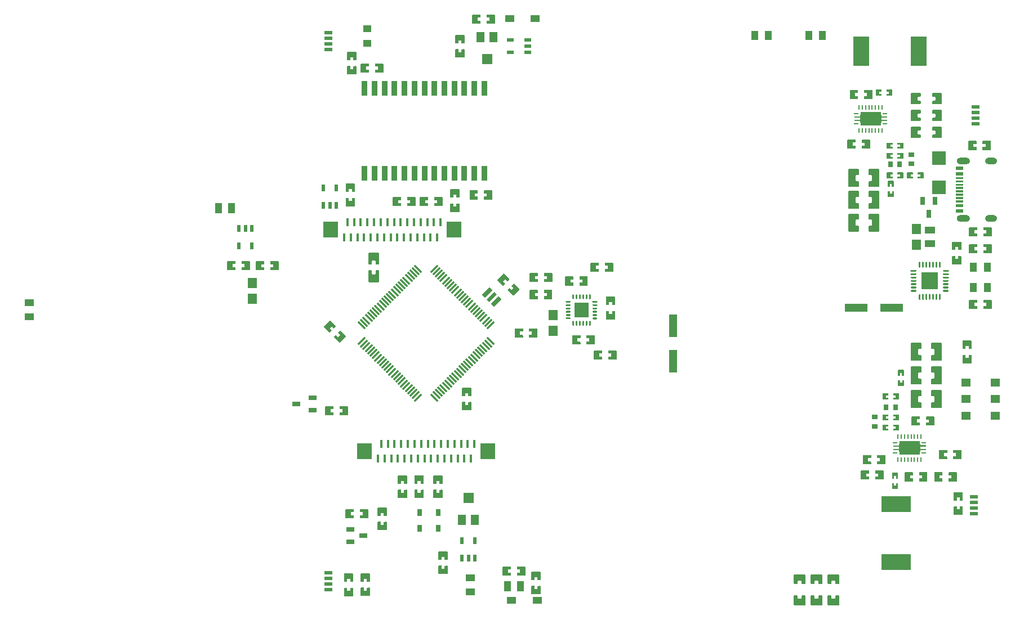
<source format=gtp>
G04 Layer: TopPasteMaskLayer*
G04 EasyEDA Pro v2.2.40.8, 2025-09-21 19:38:57*
G04 Gerber Generator version 0.3*
G04 Scale: 100 percent, Rotated: No, Reflected: No*
G04 Dimensions in millimeters*
G04 Leading zeros omitted, absolute positions, 4 integers and 5 decimals*
G04 Generated by one-click*
%FSLAX45Y45*%
%MOMM*%
%AMOval*1,1,$1,$2,$3*1,1,$1,$4,$5*20,1,$1,$2,$3,$4,$5,0*%
%AMRect*21,1,$1,$2,0,0,$3*%
%AMPolygonMacro1*4,1,29,-2.485,0.146,-2.485,0.376,-1.62102,0.38001,-1.61799,0.565,-1.52201,0.56599,-1.52102,1.016,1.52599,1.016,1.523,0.57099,1.62099,0.57099,1.62399,0.381,2.485,0.381,2.485,0.14699,1.62099,0.14699,1.62399,-0.13701,2.485,-0.13701,2.485,-0.37099,1.62099,-0.37099,1.62399,-0.56101,1.52599,-0.56101,1.52599,-1.01399,-1.52201,-1.016,-1.52201,-0.567,-1.62,-0.567,-1.61901,-0.37399,-2.48101,-0.37399,-2.47999,-0.143,-1.61799,-0.14399,-1.61901,0.14501,-1.62102,0.143,-2.485,0.146,0*%
%AMPolygonMacro2*4,1,29,2.485,-0.146,2.485,-0.376,1.62102,-0.38001,1.61799,-0.565,1.52201,-0.56599,1.52102,-1.016,-1.52599,-1.016,-1.523,-0.57099,-1.62099,-0.57099,-1.62399,-0.381,-2.485,-0.381,-2.485,-0.14699,-1.62099,-0.14699,-1.62399,0.13701,-2.485,0.13701,-2.485,0.37099,-1.62099,0.37099,-1.62399,0.56101,-1.52599,0.56101,-1.52599,1.01399,1.52201,1.016,1.52201,0.567,1.62,0.567,1.61901,0.37399,2.48101,0.37399,2.47999,0.143,1.61799,0.14399,1.61901,-0.14501,1.62102,-0.143,2.485,-0.146,0*%
%ADD10R,1.25001X0.7*%
%ADD11Oval,0.28001X-0.46669X0.46669X0.46669X-0.46669*%
%ADD12Oval,0.28001X-0.46669X-0.46669X0.46669X0.46669*%
%ADD13Rect,1.6X0.65001X44.97*%
%ADD14Rect,1.6X0.5X44.97*%
%ADD15R,1.0X1.39954*%
%ADD16R,1.2X0.5*%
%ADD17R,0.4006X1.25001*%
%ADD18R,0.4X1.25001*%
%ADD19R,2.2X2.4*%
%ADD20R,1.25001X1.0*%
%ADD21R,0.6X1.1*%
%ADD22R,0.9X2.2*%
%ADD23R,1.3589X1.5*%
%ADD24R,1.4X1.2*%
%ADD25R,1.55001X1.0*%
%ADD26R,0.24384X0.7*%
%ADD27R,0.7X0.24384*%
%ADD28PolygonMacro1*%
%ADD29PolygonMacro2*%
%ADD30R,2.4X4.39999*%
%ADD31R,4.39999X2.4*%
%ADD32R,0.9X0.8*%
%ADD33R,0.8X0.9*%
%ADD34R,3.49999X1.2*%
%ADD35R,1.2X3.49999*%
%ADD36R,2.0X2.0*%
%ADD37R,0.75001X1.0*%
%ADD38R,0.7X1.25001*%
%ADD39R,1.39954X1.0*%
%ADD40R,1.0X1.55001*%
%ADD41R,1.6X1.6*%
%ADD42R,1.1999X1.5*%
%ADD43R,1.1X0.6*%
%ADD44R,1.443X1.1*%
G75*


G04 PolygonModel Start*
G36*
G01X4157802Y6236200D02*
G01X4157802Y6108202D01*
G01X4152801Y6103201D01*
G01X4037800Y6103201D01*
G01X4032801Y6108202D01*
G01X4032298Y6149205D01*
G01X4077299Y6149205D01*
G01X4077299Y6194204D01*
G01X4033299Y6194204D01*
G01X4032801Y6236200D01*
G01X4037800Y6241202D01*
G01X4152801Y6241202D01*
G01X4157802Y6236200D01*
G37*
G36*
G01X3942801Y6236200D02*
G01X3942799Y6194204D01*
G01X3898301Y6194204D01*
G01X3898301Y6149205D01*
G01X3942298Y6149205D01*
G01X3942801Y6108202D01*
G01X3937800Y6103201D01*
G01X3822802Y6103201D01*
G01X3817800Y6108202D01*
G01X3817800Y6236200D01*
G01X3822802Y6241202D01*
G01X3937800Y6241202D01*
G01X3942801Y6236200D01*
G37*
G36*
G01X3264400Y8084998D02*
G01X3136402Y8084998D01*
G01X3131401Y8089999D01*
G01X3131401Y8205000D01*
G01X3136402Y8209999D01*
G01X3177405Y8210502D01*
G01X3177405Y8165501D01*
G01X3222404Y8165501D01*
G01X3222404Y8209501D01*
G01X3264400Y8209999D01*
G01X3269402Y8205000D01*
G01X3269402Y8089999D01*
G01X3264400Y8084998D01*
G37*
G36*
G01X3264400Y8299999D02*
G01X3222404Y8300001D01*
G01X3222404Y8344499D01*
G01X3177405Y8344499D01*
G01X3177405Y8300502D01*
G01X3136402Y8299999D01*
G01X3131401Y8305000D01*
G01X3131401Y8419998D01*
G01X3136402Y8425000D01*
G01X3264400Y8425000D01*
G01X3269402Y8419998D01*
G01X3269402Y8305000D01*
G01X3264400Y8299999D01*
G37*
G36*
G01X2801798Y2958600D02*
G01X2801798Y3086598D01*
G01X2806799Y3091599D01*
G01X2921800Y3091599D01*
G01X2926799Y3086598D01*
G01X2927302Y3045595D01*
G01X2882301Y3045595D01*
G01X2882301Y3000596D01*
G01X2926301Y3000596D01*
G01X2926799Y2958600D01*
G01X2921800Y2953598D01*
G01X2806799Y2953598D01*
G01X2801798Y2958600D01*
G37*
G36*
G01X3016799Y2958600D02*
G01X3016801Y3000596D01*
G01X3061299Y3000596D01*
G01X3061299Y3045595D01*
G01X3017302Y3045595D01*
G01X3016799Y3086598D01*
G01X3021800Y3091599D01*
G01X3136798Y3091599D01*
G01X3141800Y3086598D01*
G01X3141800Y2958600D01*
G01X3136798Y2953598D01*
G01X3021800Y2953598D01*
G01X3016799Y2958600D01*
G37*
G36*
G01X5721715Y4846295D02*
G01X5631206Y4755787D01*
G01X5624134Y4755787D01*
G01X5542816Y4837105D01*
G01X5542817Y4844176D01*
G01X5571455Y4873525D01*
G01X5603276Y4841705D01*
G01X5635095Y4873524D01*
G01X5603982Y4904637D01*
G01X5633326Y4934684D01*
G01X5640397Y4934686D01*
G01X5721715Y4853368D01*
G01X5721715Y4846295D01*
G37*
G36*
G01X5569686Y4998324D02*
G01X5539989Y4968630D01*
G01X5508524Y5000095D01*
G01X5476705Y4968276D01*
G01X5507816Y4937165D01*
G01X5479178Y4907816D01*
G01X5472105Y4907816D01*
G01X5390789Y4989132D01*
G01X5390789Y4996205D01*
G01X5481297Y5086713D01*
G01X5488370Y5086713D01*
G01X5569686Y5005397D01*
G01X5569686Y4998324D01*
G37*
G36*
G01X12479198Y5651000D02*
G01X12479198Y5778998D01*
G01X12484199Y5783999D01*
G01X12599200Y5783999D01*
G01X12604199Y5778998D01*
G01X12604702Y5737995D01*
G01X12559701Y5737995D01*
G01X12559701Y5692996D01*
G01X12603701Y5692996D01*
G01X12604199Y5651000D01*
G01X12599200Y5645998D01*
G01X12484199Y5645998D01*
G01X12479198Y5651000D01*
G37*
G36*
G01X12694199Y5651000D02*
G01X12694201Y5692996D01*
G01X12738699Y5692996D01*
G01X12738699Y5737995D01*
G01X12694702Y5737995D01*
G01X12694199Y5778998D01*
G01X12699200Y5783999D01*
G01X12814198Y5783999D01*
G01X12819200Y5778998D01*
G01X12819200Y5651000D01*
G01X12814198Y5645998D01*
G01X12699200Y5645998D01*
G01X12694199Y5651000D01*
G37*
G36*
G01X12806502Y7080750D02*
G01X12806502Y6952752D01*
G01X12801501Y6947751D01*
G01X12686500Y6947751D01*
G01X12681501Y6952752D01*
G01X12680998Y6993755D01*
G01X12725999Y6993755D01*
G01X12725999Y7038754D01*
G01X12681999Y7038754D01*
G01X12681501Y7080750D01*
G01X12686500Y7085752D01*
G01X12801501Y7085752D01*
G01X12806502Y7080750D01*
G37*
G36*
G01X12591501Y7080750D02*
G01X12591499Y7038754D01*
G01X12547001Y7038754D01*
G01X12547001Y6993755D01*
G01X12590998Y6993755D01*
G01X12591501Y6952752D01*
G01X12586500Y6947751D01*
G01X12471502Y6947751D01*
G01X12466500Y6952752D01*
G01X12466500Y7080750D01*
G01X12471502Y7085752D01*
G01X12586500Y7085752D01*
G01X12591501Y7080750D01*
G37*
G36*
G01X11851503Y2093996D02*
G01X11851503Y1965998D01*
G01X11846502Y1960997D01*
G01X11731501Y1960997D01*
G01X11726502Y1965998D01*
G01X11725999Y2007001D01*
G01X11771000Y2007001D01*
G01X11771000Y2052000D01*
G01X11727000Y2052000D01*
G01X11726502Y2093996D01*
G01X11731501Y2098998D01*
G01X11846502Y2098998D01*
G01X11851503Y2093996D01*
G37*
G36*
G01X11636502Y2093996D02*
G01X11636499Y2052000D01*
G01X11592001Y2052000D01*
G01X11592001Y2007001D01*
G01X11635999Y2007001D01*
G01X11636502Y1965998D01*
G01X11631501Y1960997D01*
G01X11516502Y1960997D01*
G01X11511501Y1965998D01*
G01X11511501Y2093996D01*
G01X11516502Y2098998D01*
G01X11631501Y2098998D01*
G01X11636502Y2093996D01*
G37*
G36*
G01X4147320Y2049602D02*
G01X4275318Y2049602D01*
G01X4280319Y2044601D01*
G01X4280319Y1929600D01*
G01X4275318Y1924601D01*
G01X4234315Y1924098D01*
G01X4234315Y1969099D01*
G01X4189316Y1969099D01*
G01X4189316Y1925099D01*
G01X4147320Y1924601D01*
G01X4142318Y1929600D01*
G01X4142318Y2044601D01*
G01X4147320Y2049602D01*
G37*
G36*
G01X4147320Y1834601D02*
G01X4189316Y1834599D01*
G01X4189316Y1790101D01*
G01X4234315Y1790101D01*
G01X4234315Y1834098D01*
G01X4275318Y1834601D01*
G01X4280319Y1829600D01*
G01X4280319Y1714602D01*
G01X4275318Y1709600D01*
G01X4147320Y1709600D01*
G01X4142318Y1714602D01*
G01X4142318Y1829600D01*
G01X4147320Y1834601D01*
G37*
G36*
G01X4431800Y2049602D02*
G01X4559798Y2049602D01*
G01X4564799Y2044601D01*
G01X4564799Y1929600D01*
G01X4559798Y1924601D01*
G01X4518795Y1924098D01*
G01X4518795Y1969099D01*
G01X4473796Y1969099D01*
G01X4473796Y1925099D01*
G01X4431800Y1924601D01*
G01X4426798Y1929600D01*
G01X4426798Y2044601D01*
G01X4431800Y2049602D01*
G37*
G36*
G01X4431800Y1834601D02*
G01X4473796Y1834599D01*
G01X4473796Y1790101D01*
G01X4518795Y1790101D01*
G01X4518795Y1834098D01*
G01X4559798Y1834601D01*
G01X4564799Y1829600D01*
G01X4564799Y1714602D01*
G01X4559798Y1709600D01*
G01X4431800Y1709600D01*
G01X4426798Y1714602D01*
G01X4426798Y1829600D01*
G01X4431800Y1834601D01*
G37*
G36*
G01X6215202Y5093200D02*
G01X6215202Y4965202D01*
G01X6210201Y4960201D01*
G01X6095200Y4960201D01*
G01X6090201Y4965202D01*
G01X6089698Y5006205D01*
G01X6134699Y5006205D01*
G01X6134699Y5051204D01*
G01X6090699Y5051204D01*
G01X6090201Y5093200D01*
G01X6095200Y5098202D01*
G01X6210201Y5098202D01*
G01X6215202Y5093200D01*
G37*
G36*
G01X6000201Y5093200D02*
G01X6000199Y5051204D01*
G01X5955701Y5051204D01*
G01X5955701Y5006205D01*
G01X5999698Y5006205D01*
G01X6000201Y4965202D01*
G01X5995200Y4960201D01*
G01X5880202Y4960201D01*
G01X5875200Y4965202D01*
G01X5875200Y5093200D01*
G01X5880202Y5098202D01*
G01X5995200Y5098202D01*
G01X6000201Y5093200D01*
G37*
G36*
G01X4863600Y3370402D02*
G01X4991598Y3370402D01*
G01X4996599Y3365401D01*
G01X4996599Y3250400D01*
G01X4991598Y3245401D01*
G01X4950595Y3244898D01*
G01X4950595Y3289899D01*
G01X4905596Y3289899D01*
G01X4905596Y3245899D01*
G01X4863600Y3245401D01*
G01X4858598Y3250400D01*
G01X4858598Y3365401D01*
G01X4863600Y3370402D01*
G37*
G36*
G01X4863600Y3155401D02*
G01X4905596Y3155399D01*
G01X4905596Y3110901D01*
G01X4950595Y3110901D01*
G01X4950595Y3154898D01*
G01X4991598Y3155401D01*
G01X4996599Y3150400D01*
G01X4996599Y3035402D01*
G01X4991598Y3030400D01*
G01X4863600Y3030400D01*
G01X4858598Y3035402D01*
G01X4858598Y3150400D01*
G01X4863600Y3155401D01*
G37*
G36*
G01X6212703Y4837196D02*
G01X6212703Y4709198D01*
G01X6207702Y4704197D01*
G01X6092701Y4704197D01*
G01X6087702Y4709198D01*
G01X6087199Y4750201D01*
G01X6132200Y4750201D01*
G01X6132200Y4795200D01*
G01X6088200Y4795200D01*
G01X6087702Y4837196D01*
G01X6092701Y4842198D01*
G01X6207702Y4842198D01*
G01X6212703Y4837196D01*
G37*
G36*
G01X5997702Y4837196D02*
G01X5997699Y4795200D01*
G01X5953201Y4795200D01*
G01X5953201Y4750201D01*
G01X5997199Y4750201D01*
G01X5997702Y4709198D01*
G01X5992701Y4704197D01*
G01X5877702Y4704197D01*
G01X5872701Y4709198D01*
G01X5872701Y4837196D01*
G01X5877702Y4842198D01*
G01X5992701Y4842198D01*
G01X5997702Y4837196D01*
G37*
G36*
G01X6746103Y5040396D02*
G01X6746103Y4912398D01*
G01X6741102Y4907397D01*
G01X6626101Y4907397D01*
G01X6621102Y4912398D01*
G01X6620599Y4953401D01*
G01X6665600Y4953401D01*
G01X6665600Y4998400D01*
G01X6621600Y4998400D01*
G01X6621102Y5040396D01*
G01X6626101Y5045398D01*
G01X6741102Y5045398D01*
G01X6746103Y5040396D01*
G37*
G36*
G01X6531102Y5040396D02*
G01X6531099Y4998400D01*
G01X6486601Y4998400D01*
G01X6486601Y4953401D01*
G01X6530599Y4953401D01*
G01X6531102Y4912398D01*
G01X6526101Y4907397D01*
G01X6411102Y4907397D01*
G01X6406101Y4912398D01*
G01X6406101Y5040396D01*
G01X6411102Y5045398D01*
G01X6526101Y5045398D01*
G01X6531102Y5040396D01*
G37*
G36*
G01X7024604Y4739503D02*
G01X7152602Y4739503D01*
G01X7157603Y4734502D01*
G01X7157603Y4619501D01*
G01X7152602Y4614502D01*
G01X7111599Y4613999D01*
G01X7111599Y4659000D01*
G01X7066600Y4659000D01*
G01X7066600Y4615000D01*
G01X7024604Y4614502D01*
G01X7019602Y4619501D01*
G01X7019602Y4734502D01*
G01X7024604Y4739503D01*
G37*
G36*
G01X7024604Y4524502D02*
G01X7066600Y4524499D01*
G01X7066600Y4480001D01*
G01X7111599Y4480001D01*
G01X7111599Y4523999D01*
G01X7152602Y4524502D01*
G01X7157603Y4519501D01*
G01X7157603Y4404502D01*
G01X7152602Y4399501D01*
G01X7024604Y4399501D01*
G01X7019602Y4404502D01*
G01X7019602Y4519501D01*
G01X7024604Y4524502D01*
G37*
G36*
G01X6512697Y4027404D02*
G01X6512697Y4155402D01*
G01X6517698Y4160403D01*
G01X6632699Y4160403D01*
G01X6637698Y4155402D01*
G01X6638201Y4114399D01*
G01X6593200Y4114399D01*
G01X6593200Y4069400D01*
G01X6637200Y4069400D01*
G01X6637698Y4027404D01*
G01X6632699Y4022402D01*
G01X6517698Y4022402D01*
G01X6512697Y4027404D01*
G37*
G36*
G01X6727698Y4027404D02*
G01X6727701Y4069400D01*
G01X6772199Y4069400D01*
G01X6772199Y4114399D01*
G01X6728201Y4114399D01*
G01X6727698Y4155402D01*
G01X6732699Y4160403D01*
G01X6847698Y4160403D01*
G01X6852699Y4155402D01*
G01X6852699Y4027404D01*
G01X6847698Y4022402D01*
G01X6732699Y4022402D01*
G01X6727698Y4027404D01*
G37*
G36*
G01X6792360Y4312515D02*
G02X6764359Y4312515I-14000J0D01*
G01X6764359Y4364514D01*
G02X6792360Y4364514I14000J0D01*
G01X6792360Y4312515D01*
G37*
G36*
G01X6742373Y4312515D02*
G02X6714372Y4312515I-14000J0D01*
G01X6714372Y4364514D01*
G02X6742373Y4364514I14000J0D01*
G01X6742373Y4312515D01*
G37*
G36*
G01X6692360Y4312515D02*
G02X6664359Y4312515I-14000J0D01*
G01X6664359Y4364514D01*
G02X6692360Y4364514I14000J0D01*
G01X6692360Y4312515D01*
G37*
G36*
G01X6642373Y4312515D02*
G02X6614372Y4312515I-14000J0D01*
G01X6614372Y4364514D01*
G02X6642373Y4364514I14000J0D01*
G01X6642373Y4312515D01*
G37*
G36*
G01X6592360Y4312515D02*
G02X6564359Y4312515I-14000J0D01*
G01X6564359Y4364514D01*
G02X6592360Y4364514I14000J0D01*
G01X6592360Y4312515D01*
G37*
G36*
G01X6542373Y4312515D02*
G02X6514372Y4312515I-14000J0D01*
G01X6514372Y4364514D01*
G02X6542373Y4364514I14000J0D01*
G01X6542373Y4312515D01*
G37*
G36*
G01X6427367Y4400307D02*
G02X6427367Y4428308I0J14000D01*
G01X6479366Y4428308D01*
G02X6479366Y4400307I0J-14000D01*
G01X6427367Y4400307D01*
G37*
G36*
G01X6427367Y4449507D02*
G02X6427367Y4477508I0J14000D01*
G01X6479366Y4477508D01*
G02X6479366Y4449507I0J-14000D01*
G01X6427367Y4449507D01*
G37*
G36*
G01X6427367Y4499520D02*
G02X6427367Y4527521I0J14000D01*
G01X6479366Y4527521D01*
G02X6479366Y4499520I0J-14000D01*
G01X6427367Y4499520D01*
G37*
G36*
G01X6427367Y4549507D02*
G02X6427367Y4577508I0J14000D01*
G01X6479366Y4577508D01*
G02X6479366Y4549507I0J-14000D01*
G01X6427367Y4549507D01*
G37*
G36*
G01X6427367Y4599520D02*
G02X6427367Y4627521I0J14000D01*
G01X6479366Y4627521D01*
G02X6479366Y4599520I0J-14000D01*
G01X6427367Y4599520D01*
G37*
G36*
G01X6427367Y4649507D02*
G02X6427367Y4677508I0J14000D01*
G01X6479366Y4677508D01*
G02X6479366Y4649507I0J-14000D01*
G01X6427367Y4649507D01*
G37*
G36*
G01X6542373Y4712514D02*
G02X6514372Y4712514I-14000J0D01*
G01X6514372Y4764513D01*
G02X6542373Y4764513I14000J0D01*
G01X6542373Y4712514D01*
G37*
G36*
G01X6592360Y4712514D02*
G02X6564359Y4712514I-14000J0D01*
G01X6564359Y4764513D01*
G02X6592360Y4764513I14000J0D01*
G01X6592360Y4712514D01*
G37*
G36*
G01X6642373Y4712514D02*
G02X6614372Y4712514I-14000J0D01*
G01X6614372Y4764513D01*
G02X6642373Y4764513I14000J0D01*
G01X6642373Y4712514D01*
G37*
G36*
G01X6692360Y4712514D02*
G02X6664359Y4712514I-14000J0D01*
G01X6664359Y4764513D01*
G02X6692360Y4764513I14000J0D01*
G01X6692360Y4712514D01*
G37*
G36*
G01X6742373Y4712514D02*
G02X6714372Y4712514I-14000J0D01*
G01X6714372Y4764513D01*
G02X6742373Y4764513I14000J0D01*
G01X6742373Y4712514D01*
G37*
G36*
G01X6792360Y4712514D02*
G02X6764359Y4712514I-14000J0D01*
G01X6764359Y4764513D01*
G02X6792360Y4764513I14000J0D01*
G01X6792360Y4712514D01*
G37*
G36*
G01X6827366Y4649507D02*
G02X6827366Y4677508I0J14000D01*
G01X6879365Y4677508D01*
G02X6879365Y4649507I0J-14000D01*
G01X6827366Y4649507D01*
G37*
G36*
G01X6827366Y4599520D02*
G02X6827366Y4627521I0J14000D01*
G01X6879365Y4627521D01*
G02X6879365Y4599520I0J-14000D01*
G01X6827366Y4599520D01*
G37*
G36*
G01X6827366Y4549507D02*
G02X6827366Y4577508I0J14000D01*
G01X6879365Y4577508D01*
G02X6879365Y4549507I0J-14000D01*
G01X6827366Y4549507D01*
G37*
G36*
G01X6827366Y4499520D02*
G02X6827366Y4527521I0J14000D01*
G01X6879365Y4527521D01*
G02X6879365Y4499520I0J-14000D01*
G01X6827366Y4499520D01*
G37*
G36*
G01X6827366Y4449507D02*
G02X6827366Y4477508I0J14000D01*
G01X6879365Y4477508D01*
G02X6879365Y4449507I0J-14000D01*
G01X6827366Y4449507D01*
G37*
G36*
G01X6827366Y4399520D02*
G02X6827366Y4427521I0J14000D01*
G01X6879365Y4427521D01*
G02X6879365Y4399520I0J-14000D01*
G01X6827366Y4399520D01*
G37*
G36*
G01X6545365Y4431758D02*
G01X6545365Y4647759D01*
G01X6761367Y4647759D01*
G01X6761367Y4431758D01*
G01X6545365Y4431758D01*
G37*
G36*
G01X6789598Y5117600D02*
G01X6789598Y5245598D01*
G01X6794599Y5250599D01*
G01X6909600Y5250599D01*
G01X6914599Y5245598D01*
G01X6915102Y5204595D01*
G01X6870101Y5204595D01*
G01X6870101Y5159596D01*
G01X6914101Y5159596D01*
G01X6914599Y5117600D01*
G01X6909600Y5112598D01*
G01X6794599Y5112598D01*
G01X6789598Y5117600D01*
G37*
G36*
G01X7004599Y5117600D02*
G01X7004601Y5159596D01*
G01X7049099Y5159596D01*
G01X7049099Y5204595D01*
G01X7005102Y5204595D01*
G01X7004599Y5245598D01*
G01X7009600Y5250599D01*
G01X7124598Y5250599D01*
G01X7129600Y5245598D01*
G01X7129600Y5117600D01*
G01X7124598Y5112598D01*
G01X7009600Y5112598D01*
G01X7004599Y5117600D01*
G37*
G36*
G01X6840398Y3796800D02*
G01X6840398Y3924798D01*
G01X6845399Y3929799D01*
G01X6960400Y3929799D01*
G01X6965399Y3924798D01*
G01X6965902Y3883795D01*
G01X6920901Y3883795D01*
G01X6920901Y3838796D01*
G01X6964901Y3838796D01*
G01X6965399Y3796800D01*
G01X6960400Y3791798D01*
G01X6845399Y3791798D01*
G01X6840398Y3796800D01*
G37*
G36*
G01X7055399Y3796800D02*
G01X7055401Y3838796D01*
G01X7099899Y3838796D01*
G01X7099899Y3883795D01*
G01X7055902Y3883795D01*
G01X7055399Y3924798D01*
G01X7060400Y3929799D01*
G01X7175398Y3929799D01*
G01X7180400Y3924798D01*
G01X7180400Y3796800D01*
G01X7175398Y3791798D01*
G01X7060400Y3791798D01*
G01X7055399Y3796800D01*
G37*
G36*
G01X4564202Y6236200D02*
G01X4564202Y6108202D01*
G01X4559201Y6103201D01*
G01X4444200Y6103201D01*
G01X4439201Y6108202D01*
G01X4438698Y6149205D01*
G01X4483699Y6149205D01*
G01X4483699Y6194204D01*
G01X4439699Y6194204D01*
G01X4439201Y6236200D01*
G01X4444200Y6241202D01*
G01X4559201Y6241202D01*
G01X4564202Y6236200D01*
G37*
G36*
G01X4349201Y6236200D02*
G01X4349199Y6194204D01*
G01X4304701Y6194204D01*
G01X4304701Y6149205D01*
G01X4348698Y6149205D01*
G01X4349201Y6108202D01*
G01X4344200Y6103201D01*
G01X4229202Y6103201D01*
G01X4224200Y6108202D01*
G01X4224200Y6236200D01*
G01X4229202Y6241202D01*
G01X4344200Y6241202D01*
G01X4349201Y6236200D01*
G37*
G36*
G01X5311003Y6335796D02*
G01X5311003Y6207798D01*
G01X5306002Y6202797D01*
G01X5191001Y6202797D01*
G01X5186002Y6207798D01*
G01X5185499Y6248801D01*
G01X5230500Y6248801D01*
G01X5230500Y6293800D01*
G01X5186500Y6293800D01*
G01X5186002Y6335796D01*
G01X5191001Y6340798D01*
G01X5306002Y6340798D01*
G01X5311003Y6335796D01*
G37*
G36*
G01X5096002Y6335796D02*
G01X5095999Y6293800D01*
G01X5051501Y6293800D01*
G01X5051501Y6248801D01*
G01X5095499Y6248801D01*
G01X5096002Y6207798D01*
G01X5091001Y6202797D01*
G01X4976002Y6202797D01*
G01X4971001Y6207798D01*
G01X4971001Y6335796D01*
G01X4976002Y6340798D01*
G01X5091001Y6340798D01*
G01X5096002Y6335796D01*
G37*
G36*
G01X3113004Y6441303D02*
G01X3241002Y6441303D01*
G01X3246003Y6436302D01*
G01X3246003Y6321301D01*
G01X3241002Y6316302D01*
G01X3199999Y6315799D01*
G01X3199999Y6360800D01*
G01X3155000Y6360800D01*
G01X3155000Y6316800D01*
G01X3113004Y6316302D01*
G01X3108002Y6321301D01*
G01X3108002Y6436302D01*
G01X3113004Y6441303D01*
G37*
G36*
G01X3113004Y6226302D02*
G01X3155000Y6226299D01*
G01X3155000Y6181801D01*
G01X3199999Y6181801D01*
G01X3199999Y6225799D01*
G01X3241002Y6226302D01*
G01X3246003Y6221301D01*
G01X3246003Y6106302D01*
G01X3241002Y6101301D01*
G01X3113004Y6101301D01*
G01X3108002Y6106302D01*
G01X3108002Y6221301D01*
G01X3113004Y6226302D01*
G37*
G36*
G01X12479198Y4558800D02*
G01X12479198Y4686798D01*
G01X12484199Y4691799D01*
G01X12599200Y4691799D01*
G01X12604199Y4686798D01*
G01X12604702Y4645795D01*
G01X12559701Y4645795D01*
G01X12559701Y4600796D01*
G01X12603701Y4600796D01*
G01X12604199Y4558800D01*
G01X12599200Y4553798D01*
G01X12484199Y4553798D01*
G01X12479198Y4558800D01*
G37*
G36*
G01X12694199Y4558800D02*
G01X12694201Y4600796D01*
G01X12738699Y4600796D01*
G01X12738699Y4645795D01*
G01X12694702Y4645795D01*
G01X12694199Y4686798D01*
G01X12699200Y4691799D01*
G01X12814198Y4691799D01*
G01X12819200Y4686798D01*
G01X12819200Y4558800D01*
G01X12814198Y4553798D01*
G01X12699200Y4553798D01*
G01X12694199Y4558800D01*
G37*
G36*
G01X12479198Y5397000D02*
G01X12479198Y5524998D01*
G01X12484199Y5529999D01*
G01X12599200Y5529999D01*
G01X12604199Y5524998D01*
G01X12604702Y5483995D01*
G01X12559701Y5483995D01*
G01X12559701Y5438996D01*
G01X12603701Y5438996D01*
G01X12604199Y5397000D01*
G01X12599200Y5391998D01*
G01X12484199Y5391998D01*
G01X12479198Y5397000D01*
G37*
G36*
G01X12694199Y5397000D02*
G01X12694201Y5438996D01*
G01X12738699Y5438996D01*
G01X12738699Y5483995D01*
G01X12694702Y5483995D01*
G01X12694199Y5524998D01*
G01X12699200Y5529999D01*
G01X12814198Y5529999D01*
G01X12819200Y5524998D01*
G01X12819200Y5397000D01*
G01X12814198Y5391998D01*
G01X12699200Y5391998D01*
G01X12694199Y5397000D01*
G37*
G36*
G01X12296003Y2093996D02*
G01X12296003Y1965998D01*
G01X12291002Y1960997D01*
G01X12176001Y1960997D01*
G01X12171002Y1965998D01*
G01X12170499Y2007001D01*
G01X12215500Y2007001D01*
G01X12215500Y2052000D01*
G01X12171500Y2052000D01*
G01X12171002Y2093996D01*
G01X12176001Y2098998D01*
G01X12291002Y2098998D01*
G01X12296003Y2093996D01*
G37*
G36*
G01X12081002Y2093996D02*
G01X12080999Y2052000D01*
G01X12036501Y2052000D01*
G01X12036501Y2007001D01*
G01X12080499Y2007001D01*
G01X12081002Y1965998D01*
G01X12076001Y1960997D01*
G01X11961002Y1960997D01*
G01X11956001Y1965998D01*
G01X11956001Y2093996D01*
G01X11961002Y2098998D01*
G01X12076001Y2098998D01*
G01X12081002Y2093996D01*
G37*
G36*
G01X12013212Y5104407D02*
G01X12013212Y4852408D01*
G01X11761211Y4852408D01*
G01X11761211Y5104407D01*
G01X12013212Y5104407D01*
G37*
G36*
G01X12023314Y5254401D02*
G02X12051317Y5254401I14002J0D01*
G01X12051317Y5187401D01*
G02X12023314Y5187401I-14002J0D01*
G01X12023314Y5254401D01*
G37*
G36*
G01X11973273Y5254401D02*
G02X12001276Y5254401I14002J0D01*
G01X12001276Y5187401D01*
G02X11973273Y5187401I-14002J0D01*
G01X11973273Y5254401D01*
G37*
G36*
G01X11923250Y5254401D02*
G02X11951233Y5254401I13992J-499D01*
G01X11951233Y5187401D01*
G02X11923250Y5187401I-13992J499D01*
G01X11923250Y5254401D01*
G37*
G36*
G01X11873210Y5254401D02*
G02X11901193Y5254401I13992J-499D01*
G01X11901193Y5187401D01*
G02X11873210Y5187401I-13992J499D01*
G01X11873210Y5254401D01*
G37*
G36*
G01X11823174Y5254401D02*
G02X11851173Y5254401I13999J-189D01*
G01X11851173Y5187401D01*
G02X11823174Y5187401I-13999J189D01*
G01X11823174Y5254401D01*
G37*
G36*
G01X11773134Y5254401D02*
G02X11801132Y5254401I13999J-189D01*
G01X11801132Y5187401D01*
G02X11773134Y5187401I-13999J189D01*
G01X11773134Y5254401D01*
G37*
G36*
G01X11723093Y5254401D02*
G02X11751092Y5254401I13999J-189D01*
G01X11751092Y5187401D01*
G02X11723093Y5187401I-13999J189D01*
G01X11723093Y5254401D01*
G37*
G36*
G01X11678181Y5142522D02*
G02X11678181Y5114521I0J-14000D01*
G01X11611186Y5114521D01*
G02X11611186Y5142522I0J14000D01*
G01X11678181Y5142522D01*
G37*
G36*
G01X11678181Y5092484D02*
G02X11678181Y5064483I0J-14000D01*
G01X11611186Y5064483D01*
G02X11611186Y5092484I0J14000D01*
G01X11678181Y5092484D01*
G37*
G36*
G01X11678181Y5042446D02*
G02X11678181Y5014445I0J-14000D01*
G01X11611186Y5014445D01*
G02X11611186Y5042446I0J14000D01*
G01X11678181Y5042446D01*
G37*
G36*
G01X11678181Y4992408D02*
G02X11678181Y4964407I0J-14000D01*
G01X11611186Y4964407D01*
G02X11611186Y4992408I0J14000D01*
G01X11678181Y4992408D01*
G37*
G36*
G01X11678181Y4942370D02*
G02X11678181Y4914369I0J-14000D01*
G01X11611186Y4914369D01*
G02X11611186Y4942370I0J14000D01*
G01X11678181Y4942370D01*
G37*
G36*
G01X11678181Y4892332D02*
G02X11678181Y4864331I0J-14000D01*
G01X11611186Y4864331D01*
G02X11611186Y4892332I0J14000D01*
G01X11678181Y4892332D01*
G37*
G36*
G01X11678181Y4842294D02*
G02X11678181Y4814293I0J-14000D01*
G01X11611186Y4814293D01*
G02X11611186Y4842294I0J14000D01*
G01X11678181Y4842294D01*
G37*
G36*
G01X11723093Y4769388D02*
G02X11751092Y4769388I13999J-189D01*
G01X11751092Y4702388D01*
G02X11723093Y4702388I-13999J189D01*
G01X11723093Y4769388D01*
G37*
G36*
G01X11773134Y4769388D02*
G02X11801132Y4769388I13999J-189D01*
G01X11801132Y4702388D01*
G02X11773134Y4702388I-13999J189D01*
G01X11773134Y4769388D01*
G37*
G36*
G01X11823174Y4769388D02*
G02X11851173Y4769388I13999J-189D01*
G01X11851173Y4702388D01*
G02X11823174Y4702388I-13999J189D01*
G01X11823174Y4769388D01*
G37*
G36*
G01X11873210Y4769388D02*
G02X11901193Y4769388I13992J-499D01*
G01X11901193Y4702388D01*
G02X11873210Y4702388I-13992J499D01*
G01X11873210Y4769388D01*
G37*
G36*
G01X11923250Y4769388D02*
G02X11951233Y4769388I13992J-499D01*
G01X11951233Y4702388D01*
G02X11923250Y4702388I-13992J499D01*
G01X11923250Y4769388D01*
G37*
G36*
G01X11973273Y4769388D02*
G02X12001276Y4769388I14002J0D01*
G01X12001276Y4702388D01*
G02X11973273Y4702388I-14002J0D01*
G01X11973273Y4769388D01*
G37*
G36*
G01X12023314Y4769388D02*
G02X12051317Y4769388I14002J0D01*
G01X12051317Y4702388D01*
G02X12023314Y4702388I-14002J0D01*
G01X12023314Y4769388D01*
G37*
G36*
G01X12163201Y4842294D02*
G02X12163201Y4814293I0J-14000D01*
G01X12096201Y4814293D01*
G02X12096201Y4842294I0J14000D01*
G01X12163201Y4842294D01*
G37*
G36*
G01X12163201Y4892332D02*
G02X12163201Y4864331I0J-14000D01*
G01X12096201Y4864331D01*
G02X12096201Y4892332I0J14000D01*
G01X12163201Y4892332D01*
G37*
G36*
G01X12163201Y4942370D02*
G02X12163201Y4914369I0J-14000D01*
G01X12096201Y4914369D01*
G02X12096201Y4942370I0J14000D01*
G01X12163201Y4942370D01*
G37*
G36*
G01X12163201Y4992408D02*
G02X12163201Y4964407I0J-14000D01*
G01X12096201Y4964407D01*
G02X12096201Y4992408I0J14000D01*
G01X12163201Y4992408D01*
G37*
G36*
G01X12163201Y5042446D02*
G02X12163201Y5014445I0J-14000D01*
G01X12096201Y5014445D01*
G02X12096201Y5042446I0J14000D01*
G01X12163201Y5042446D01*
G37*
G36*
G01X12163201Y5092484D02*
G02X12163201Y5064483I0J-14000D01*
G01X12096201Y5064483D01*
G02X12096201Y5092484I0J14000D01*
G01X12163201Y5092484D01*
G37*
G36*
G01X12163201Y5142522D02*
G02X12163201Y5114521I0J-14000D01*
G01X12096201Y5114521D01*
G02X12096201Y5142522I0J14000D01*
G01X12163201Y5142522D01*
G37*
G36*
G01X10007801Y415201D02*
G01X9970775Y415201D01*
G01X9960775Y425201D01*
G01X9960775Y455691D01*
G01X9950775Y465691D01*
G01X9912025Y465691D01*
G01X9902025Y455691D01*
G01X9902025Y425201D01*
G01X9892025Y415201D01*
G01X9854999Y415201D01*
G01X9844999Y425201D01*
G01X9844999Y553700D01*
G01X9854999Y563700D01*
G01X10007801Y563700D01*
G01X10017801Y553700D01*
G01X10017801Y425201D01*
G01X10007801Y415201D01*
G37*
G36*
G01X10007801Y245199D02*
G01X9970775Y245199D01*
G01X9960775Y235199D01*
G01X9960775Y204709D01*
G01X9950775Y194709D01*
G01X9912025Y194709D01*
G01X9902025Y204709D01*
G01X9902025Y235199D01*
G01X9892025Y245199D01*
G01X9854999Y245199D01*
G01X9844999Y235199D01*
G01X9844999Y106700D01*
G01X9854999Y96700D01*
G01X10007801Y96700D01*
G01X10017801Y106700D01*
G01X10017801Y235199D01*
G01X10007801Y245199D01*
G37*
G36*
G01X10261801Y415201D02*
G01X10224775Y415201D01*
G01X10214775Y425201D01*
G01X10214775Y455691D01*
G01X10204775Y465691D01*
G01X10166025Y465691D01*
G01X10156025Y455691D01*
G01X10156025Y425201D01*
G01X10146025Y415201D01*
G01X10108999Y415201D01*
G01X10098999Y425201D01*
G01X10098999Y553700D01*
G01X10108999Y563700D01*
G01X10261801Y563700D01*
G01X10271801Y553700D01*
G01X10271801Y425201D01*
G01X10261801Y415201D01*
G37*
G36*
G01X10261801Y245199D02*
G01X10224775Y245199D01*
G01X10214775Y235199D01*
G01X10214775Y204709D01*
G01X10204775Y194709D01*
G01X10166025Y194709D01*
G01X10156025Y204709D01*
G01X10156025Y235199D01*
G01X10146025Y245199D01*
G01X10108999Y245199D01*
G01X10098999Y235199D01*
G01X10098999Y106700D01*
G01X10108999Y96700D01*
G01X10261801Y96700D01*
G01X10271801Y106700D01*
G01X10271801Y235199D01*
G01X10261801Y245199D01*
G37*
G36*
G01X10515801Y415201D02*
G01X10478775Y415201D01*
G01X10468775Y425201D01*
G01X10468775Y455691D01*
G01X10458775Y465691D01*
G01X10420025Y465691D01*
G01X10410025Y455691D01*
G01X10410025Y425201D01*
G01X10400025Y415201D01*
G01X10362999Y415201D01*
G01X10352999Y425201D01*
G01X10352999Y553700D01*
G01X10362999Y563700D01*
G01X10515801Y563700D01*
G01X10525801Y553700D01*
G01X10525801Y425201D01*
G01X10515801Y415201D01*
G37*
G36*
G01X10515801Y245199D02*
G01X10478775Y245199D01*
G01X10468775Y235199D01*
G01X10468775Y204709D01*
G01X10458775Y194709D01*
G01X10420025Y194709D01*
G01X10410025Y204709D01*
G01X10410025Y235199D01*
G01X10400025Y245199D01*
G01X10362999Y245199D01*
G01X10352999Y235199D01*
G01X10352999Y106700D01*
G01X10362999Y96700D01*
G01X10515801Y96700D01*
G01X10525801Y106700D01*
G01X10525801Y235199D01*
G01X10515801Y245199D01*
G37*
G36*
G01X11766400Y3325401D02*
G01X11766400Y3256300D01*
G01X11756400Y3246300D01*
G01X11720810Y3246300D01*
G01X11710810Y3236300D01*
G01X11710810Y3164500D01*
G01X11720810Y3154500D01*
G01X11756400Y3154500D01*
G01X11766400Y3144500D01*
G01X11766400Y3075399D01*
G01X11756400Y3065399D01*
G01X11612900Y3065399D01*
G01X11602900Y3075399D01*
G01X11602900Y3325401D01*
G01X11612900Y3335401D01*
G01X11756400Y3335401D01*
G01X11766400Y3325401D01*
G37*
G36*
G01X11906400Y3325401D02*
G01X11906400Y3256300D01*
G01X11916400Y3246300D01*
G01X11951990Y3246300D01*
G01X11961990Y3236300D01*
G01X11961990Y3164500D01*
G01X11951990Y3154500D01*
G01X11916400Y3154500D01*
G01X11906400Y3144500D01*
G01X11906400Y3075399D01*
G01X11916400Y3065399D01*
G01X12059900Y3065399D01*
G01X12069900Y3075399D01*
G01X12069900Y3325401D01*
G01X12059900Y3335401D01*
G01X11916400Y3335401D01*
G01X11906400Y3325401D01*
G37*
G36*
G01X11766400Y4036601D02*
G01X11766400Y3967500D01*
G01X11756400Y3957500D01*
G01X11720810Y3957500D01*
G01X11710810Y3947500D01*
G01X11710810Y3875700D01*
G01X11720810Y3865700D01*
G01X11756400Y3865700D01*
G01X11766400Y3855700D01*
G01X11766400Y3786599D01*
G01X11756400Y3776599D01*
G01X11612900Y3776599D01*
G01X11602900Y3786599D01*
G01X11602900Y4036601D01*
G01X11612900Y4046601D01*
G01X11756400Y4046601D01*
G01X11766400Y4036601D01*
G37*
G36*
G01X11906400Y4036601D02*
G01X11906400Y3967500D01*
G01X11916400Y3957500D01*
G01X11951990Y3957500D01*
G01X11961990Y3947500D01*
G01X11961990Y3875700D01*
G01X11951990Y3865700D01*
G01X11916400Y3865700D01*
G01X11906400Y3855700D01*
G01X11906400Y3786599D01*
G01X11916400Y3776599D01*
G01X12059900Y3776599D01*
G01X12069900Y3786599D01*
G01X12069900Y4036601D01*
G01X12059900Y4046601D01*
G01X11916400Y4046601D01*
G01X11906400Y4036601D01*
G37*
G36*
G01X11766400Y3681001D02*
G01X11766400Y3611900D01*
G01X11756400Y3601900D01*
G01X11720810Y3601900D01*
G01X11710810Y3591900D01*
G01X11710810Y3520100D01*
G01X11720810Y3510100D01*
G01X11756400Y3510100D01*
G01X11766400Y3500100D01*
G01X11766400Y3430999D01*
G01X11756400Y3420999D01*
G01X11612900Y3420999D01*
G01X11602900Y3430999D01*
G01X11602900Y3681001D01*
G01X11612900Y3691001D01*
G01X11756400Y3691001D01*
G01X11766400Y3681001D01*
G37*
G36*
G01X11906400Y3681001D02*
G01X11906400Y3611900D01*
G01X11916400Y3601900D01*
G01X11951990Y3601900D01*
G01X11961990Y3591900D01*
G01X11961990Y3520100D01*
G01X11951990Y3510100D01*
G01X11916400Y3510100D01*
G01X11906400Y3500100D01*
G01X11906400Y3430999D01*
G01X11916400Y3420999D01*
G01X12059900Y3420999D01*
G01X12069900Y3430999D01*
G01X12069900Y3681001D01*
G01X12059900Y3691001D01*
G01X11916400Y3691001D01*
G01X11906400Y3681001D01*
G37*
G36*
G01X11956098Y2934200D02*
G01X11956098Y2806202D01*
G01X11951096Y2801201D01*
G01X11836095Y2801201D01*
G01X11831096Y2806202D01*
G01X11830594Y2847205D01*
G01X11875595Y2847205D01*
G01X11875595Y2892204D01*
G01X11831594Y2892204D01*
G01X11831096Y2934200D01*
G01X11836095Y2939202D01*
G01X11951096Y2939202D01*
G01X11956098Y2934200D01*
G37*
G36*
G01X11615103Y2806200D02*
G01X11615103Y2934198D01*
G01X11620104Y2939199D01*
G01X11735105Y2939199D01*
G01X11740104Y2934198D01*
G01X11740606Y2893195D01*
G01X11695605Y2893195D01*
G01X11695605Y2848196D01*
G01X11739606Y2848196D01*
G01X11740104Y2806200D01*
G01X11735105Y2801198D01*
G01X11620104Y2801198D01*
G01X11615103Y2806200D01*
G37*
G36*
G01X11193602Y2121400D02*
G01X11193602Y1993402D01*
G01X11188601Y1988401D01*
G01X11073600Y1988401D01*
G01X11068601Y1993402D01*
G01X11068098Y2034405D01*
G01X11113099Y2034405D01*
G01X11113099Y2079404D01*
G01X11069099Y2079404D01*
G01X11068601Y2121400D01*
G01X11073600Y2126402D01*
G01X11188601Y2126402D01*
G01X11193602Y2121400D01*
G37*
G36*
G01X10978601Y2121400D02*
G01X10978599Y2079404D01*
G01X10934101Y2079404D01*
G01X10934101Y2034405D01*
G01X10978098Y2034405D01*
G01X10978601Y1993402D01*
G01X10973600Y1988401D01*
G01X10858602Y1988401D01*
G01X10853600Y1993402D01*
G01X10853600Y2121400D01*
G01X10858602Y2126402D01*
G01X10973600Y2126402D01*
G01X10978601Y2121400D01*
G37*
G36*
G01X11751399Y7798001D02*
G01X11751399Y7760975D01*
G01X11741399Y7750975D01*
G01X11710909Y7750975D01*
G01X11700909Y7740975D01*
G01X11700909Y7702225D01*
G01X11710909Y7692225D01*
G01X11741399Y7692225D01*
G01X11751399Y7682225D01*
G01X11751399Y7645199D01*
G01X11741399Y7635199D01*
G01X11612900Y7635199D01*
G01X11602900Y7645199D01*
G01X11602900Y7798001D01*
G01X11612900Y7808001D01*
G01X11741399Y7808001D01*
G01X11751399Y7798001D01*
G37*
G36*
G01X11921401Y7798001D02*
G01X11921401Y7760975D01*
G01X11931401Y7750975D01*
G01X11961891Y7750975D01*
G01X11971891Y7740975D01*
G01X11971891Y7702225D01*
G01X11961891Y7692225D01*
G01X11931401Y7692225D01*
G01X11921401Y7682225D01*
G01X11921401Y7645199D01*
G01X11931401Y7635199D01*
G01X12059900Y7635199D01*
G01X12069900Y7645199D01*
G01X12069900Y7798001D01*
G01X12059900Y7808001D01*
G01X11931401Y7808001D01*
G01X11921401Y7798001D01*
G37*
G36*
G01X11751399Y7544001D02*
G01X11751399Y7506975D01*
G01X11741399Y7496975D01*
G01X11710909Y7496975D01*
G01X11700909Y7486975D01*
G01X11700909Y7448225D01*
G01X11710909Y7438225D01*
G01X11741399Y7438225D01*
G01X11751399Y7428225D01*
G01X11751399Y7391199D01*
G01X11741399Y7381199D01*
G01X11612900Y7381199D01*
G01X11602900Y7391199D01*
G01X11602900Y7544001D01*
G01X11612900Y7554001D01*
G01X11741399Y7554001D01*
G01X11751399Y7544001D01*
G37*
G36*
G01X11921401Y7544001D02*
G01X11921401Y7506975D01*
G01X11931401Y7496975D01*
G01X11961891Y7496975D01*
G01X11971891Y7486975D01*
G01X11971891Y7448225D01*
G01X11961891Y7438225D01*
G01X11931401Y7438225D01*
G01X11921401Y7428225D01*
G01X11921401Y7391199D01*
G01X11931401Y7381199D01*
G01X12059900Y7381199D01*
G01X12069900Y7391199D01*
G01X12069900Y7544001D01*
G01X12059900Y7554001D01*
G01X11931401Y7554001D01*
G01X11921401Y7544001D01*
G37*
G36*
G01X11751399Y7290001D02*
G01X11751399Y7252975D01*
G01X11741399Y7242975D01*
G01X11710909Y7242975D01*
G01X11700909Y7232975D01*
G01X11700909Y7194225D01*
G01X11710909Y7184225D01*
G01X11741399Y7184225D01*
G01X11751399Y7174225D01*
G01X11751399Y7137199D01*
G01X11741399Y7127199D01*
G01X11612900Y7127199D01*
G01X11602900Y7137199D01*
G01X11602900Y7290001D01*
G01X11612900Y7300001D01*
G01X11741399Y7300001D01*
G01X11751399Y7290001D01*
G37*
G36*
G01X11921401Y7290001D02*
G01X11921401Y7252975D01*
G01X11931401Y7242975D01*
G01X11961891Y7242975D01*
G01X11971891Y7232975D01*
G01X11971891Y7194225D01*
G01X11961891Y7184225D01*
G01X11931401Y7184225D01*
G01X11921401Y7174225D01*
G01X11921401Y7137199D01*
G01X11931401Y7127199D01*
G01X12059900Y7127199D01*
G01X12069900Y7137199D01*
G01X12069900Y7290001D01*
G01X12059900Y7300001D01*
G01X11931401Y7300001D01*
G01X11921401Y7290001D01*
G37*
G36*
G01X10966600Y6402799D02*
G01X10966600Y6471900D01*
G01X10976600Y6481900D01*
G01X11012190Y6481900D01*
G01X11022190Y6491900D01*
G01X11022190Y6563700D01*
G01X11012190Y6573700D01*
G01X10976600Y6573700D01*
G01X10966600Y6583700D01*
G01X10966600Y6652801D01*
G01X10976600Y6662801D01*
G01X11120100Y6662801D01*
G01X11130100Y6652801D01*
G01X11130100Y6402799D01*
G01X11120100Y6392799D01*
G01X10976600Y6392799D01*
G01X10966600Y6402799D01*
G37*
G36*
G01X10826600Y6402799D02*
G01X10826600Y6471900D01*
G01X10816600Y6481900D01*
G01X10781010Y6481900D01*
G01X10771010Y6491900D01*
G01X10771010Y6563700D01*
G01X10781010Y6573700D01*
G01X10816600Y6573700D01*
G01X10826600Y6583700D01*
G01X10826600Y6652801D01*
G01X10816600Y6662801D01*
G01X10673100Y6662801D01*
G01X10663100Y6652801D01*
G01X10663100Y6402799D01*
G01X10673100Y6392799D01*
G01X10816600Y6392799D01*
G01X10826600Y6402799D01*
G37*
G36*
G01X10966600Y6072599D02*
G01X10966600Y6141700D01*
G01X10976600Y6151700D01*
G01X11012190Y6151700D01*
G01X11022190Y6161700D01*
G01X11022190Y6233500D01*
G01X11012190Y6243500D01*
G01X10976600Y6243500D01*
G01X10966600Y6253500D01*
G01X10966600Y6322601D01*
G01X10976600Y6332601D01*
G01X11120100Y6332601D01*
G01X11130100Y6322601D01*
G01X11130100Y6072599D01*
G01X11120100Y6062599D01*
G01X10976600Y6062599D01*
G01X10966600Y6072599D01*
G37*
G36*
G01X10826600Y6072599D02*
G01X10826600Y6141700D01*
G01X10816600Y6151700D01*
G01X10781010Y6151700D01*
G01X10771010Y6161700D01*
G01X10771010Y6233500D01*
G01X10781010Y6243500D01*
G01X10816600Y6243500D01*
G01X10826600Y6253500D01*
G01X10826600Y6322601D01*
G01X10816600Y6332601D01*
G01X10673100Y6332601D01*
G01X10663100Y6322601D01*
G01X10663100Y6072599D01*
G01X10673100Y6062599D01*
G01X10816600Y6062599D01*
G01X10826600Y6072599D01*
G37*
G36*
G01X10966600Y5729699D02*
G01X10966600Y5798800D01*
G01X10976600Y5808800D01*
G01X11012190Y5808800D01*
G01X11022190Y5818800D01*
G01X11022190Y5890600D01*
G01X11012190Y5900600D01*
G01X10976600Y5900600D01*
G01X10966600Y5910600D01*
G01X10966600Y5979701D01*
G01X10976600Y5989701D01*
G01X11120100Y5989701D01*
G01X11130100Y5979701D01*
G01X11130100Y5729699D01*
G01X11120100Y5719699D01*
G01X10976600Y5719699D01*
G01X10966600Y5729699D01*
G37*
G36*
G01X10826600Y5729699D02*
G01X10826600Y5798800D01*
G01X10816600Y5808800D01*
G01X10781010Y5808800D01*
G01X10771010Y5818800D01*
G01X10771010Y5890600D01*
G01X10781010Y5900600D01*
G01X10816600Y5900600D01*
G01X10826600Y5910600D01*
G01X10826600Y5979701D01*
G01X10816600Y5989701D01*
G01X10673100Y5989701D01*
G01X10663100Y5979701D01*
G01X10663100Y5729699D01*
G01X10673100Y5719699D01*
G01X10816600Y5719699D01*
G01X10826600Y5729699D01*
G37*
G36*
G01X10649903Y6971800D02*
G01X10649903Y7099798D01*
G01X10654904Y7104799D01*
G01X10769905Y7104799D01*
G01X10774904Y7099798D01*
G01X10775406Y7058795D01*
G01X10730405Y7058795D01*
G01X10730405Y7013796D01*
G01X10774406Y7013796D01*
G01X10774904Y6971800D01*
G01X10769905Y6966798D01*
G01X10654904Y6966798D01*
G01X10649903Y6971800D01*
G37*
G36*
G01X10990898Y7099800D02*
G01X10990898Y6971802D01*
G01X10985896Y6966801D01*
G01X10870895Y6966801D01*
G01X10865896Y6971802D01*
G01X10865394Y7012805D01*
G01X10910395Y7012805D01*
G01X10910395Y7057804D01*
G01X10866394Y7057804D01*
G01X10865896Y7099800D01*
G01X10870895Y7104802D01*
G01X10985896Y7104802D01*
G01X10990898Y7099800D01*
G37*
G36*
G01X12342419Y5867997D02*
G02X12342419Y5967997I0J50000D01*
G01X12442419Y5967997D01*
G02X12442419Y5867997I0J-50000D01*
G01X12342419Y5867997D01*
G37*
G36*
G01X12342401Y6732003D02*
G02X12342401Y6832003I0J50000D01*
G01X12442401Y6832003D01*
G02X12442401Y6732003I0J-50000D01*
G01X12342401Y6732003D01*
G37*
G36*
G01X12770401Y6732003D02*
G02X12770401Y6832003I0J50000D01*
G01X12850401Y6832003D01*
G02X12850401Y6732003I0J-50000D01*
G01X12770401Y6732003D01*
G37*
G36*
G01X12770401Y5867997D02*
G02X12770401Y5967997I0J50000D01*
G01X12850401Y5967997D01*
G02X12850401Y5867997I0J-50000D01*
G01X12770401Y5867997D01*
G37*
G36*
G01X12278675Y6644998D02*
G01X12278675Y6695001D01*
G01X12392675Y6695001D01*
G01X12392675Y6644998D01*
G01X12278675Y6644998D01*
G37*
G36*
G01X12278675Y6564998D02*
G01X12278675Y6615001D01*
G01X12392675Y6615001D01*
G01X12392675Y6564998D01*
G01X12278675Y6564998D01*
G37*
G36*
G01X12278688Y6510007D02*
G01X12278688Y6540007D01*
G01X12392688Y6540007D01*
G01X12392688Y6510007D01*
G01X12278688Y6510007D01*
G37*
G36*
G01X12278586Y6459969D02*
G01X12278586Y6489969D01*
G01X12392586Y6489969D01*
G01X12392586Y6459969D01*
G01X12278586Y6459969D01*
G37*
G36*
G01X12278688Y6410008D02*
G01X12278688Y6440007D01*
G01X12392688Y6440007D01*
G01X12392688Y6410008D01*
G01X12278688Y6410008D01*
G37*
G36*
G01X12278688Y6359995D02*
G01X12278688Y6389995D01*
G01X12392688Y6389995D01*
G01X12392688Y6359995D01*
G01X12278688Y6359995D01*
G37*
G36*
G01X12278688Y6310008D02*
G01X12278688Y6340008D01*
G01X12392688Y6340008D01*
G01X12392688Y6310008D01*
G01X12278688Y6310008D01*
G37*
G36*
G01X12278688Y6259995D02*
G01X12278688Y6289995D01*
G01X12392688Y6289995D01*
G01X12392688Y6259995D01*
G01X12278688Y6259995D01*
G37*
G36*
G01X12278688Y6210008D02*
G01X12278688Y6240008D01*
G01X12392688Y6240008D01*
G01X12392688Y6210008D01*
G01X12278688Y6210008D01*
G37*
G36*
G01X12278586Y6159995D02*
G01X12278586Y6189995D01*
G01X12392586Y6189995D01*
G01X12392586Y6159995D01*
G01X12278586Y6159995D01*
G37*
G36*
G01X12278675Y6084999D02*
G01X12278675Y6135002D01*
G01X12392675Y6135002D01*
G01X12392675Y6084999D01*
G01X12278675Y6084999D01*
G37*
G36*
G01X12278675Y6004999D02*
G01X12278675Y6054999D01*
G01X12392675Y6054999D01*
G01X12392675Y6004999D01*
G01X12278675Y6004999D01*
G37*
G36*
G01X4814230Y6016318D02*
G01X4686231Y6016318D01*
G01X4681230Y6021319D01*
G01X4681230Y6136320D01*
G01X4686231Y6141319D01*
G01X4727235Y6141822D01*
G01X4727235Y6096820D01*
G01X4772233Y6096820D01*
G01X4772233Y6140821D01*
G01X4814230Y6141319D01*
G01X4819231Y6136320D01*
G01X4819231Y6021319D01*
G01X4814230Y6016318D01*
G37*
G36*
G01X4814230Y6231319D02*
G01X4772233Y6231321D01*
G01X4772233Y6275819D01*
G01X4727235Y6275819D01*
G01X4727235Y6231821D01*
G01X4686231Y6231319D01*
G01X4681230Y6236320D01*
G01X4681230Y6351318D01*
G01X4686231Y6356320D01*
G01X4814230Y6356320D01*
G01X4819231Y6351318D01*
G01X4819231Y6236320D01*
G01X4814230Y6231319D01*
G37*
G36*
G01X11486002Y6902999D02*
G01X11406002Y6902999D01*
G01X11401001Y6897997D01*
G01X11401001Y6875201D01*
G01X11438001Y6875201D01*
G01X11438001Y6842201D01*
G01X11401001Y6842201D01*
G01X11401001Y6817998D01*
G01X11406002Y6812999D01*
G01X11486002Y6812999D01*
G01X11491001Y6817998D01*
G01X11491001Y6897997D01*
G01X11486002Y6902999D01*
G37*
G36*
G01X11246998Y6813001D02*
G01X11326998Y6813001D01*
G01X11331999Y6818003D01*
G01X11331999Y6840799D01*
G01X11294999Y6840799D01*
G01X11294999Y6873799D01*
G01X11331999Y6873799D01*
G01X11331999Y6898002D01*
G01X11326998Y6903001D01*
G01X11246998Y6903001D01*
G01X11241999Y6898002D01*
G01X11241999Y6818003D01*
G01X11246998Y6813001D01*
G37*
G36*
G01X11183498Y2876001D02*
G01X11263498Y2876001D01*
G01X11268499Y2881003D01*
G01X11268499Y2903799D01*
G01X11231499Y2903799D01*
G01X11231499Y2936799D01*
G01X11268499Y2936799D01*
G01X11268499Y2961002D01*
G01X11263498Y2966001D01*
G01X11183498Y2966001D01*
G01X11178499Y2961002D01*
G01X11178499Y2881003D01*
G01X11183498Y2876001D01*
G37*
G36*
G01X11422502Y2965999D02*
G01X11342502Y2965999D01*
G01X11337501Y2960997D01*
G01X11337501Y2938201D01*
G01X11374501Y2938201D01*
G01X11374501Y2905201D01*
G01X11337501Y2905201D01*
G01X11337501Y2880998D01*
G01X11342502Y2875999D01*
G01X11422502Y2875999D01*
G01X11427501Y2880998D01*
G01X11427501Y2960997D01*
G01X11422502Y2965999D01*
G37*
G36*
G01X11183498Y2723601D02*
G01X11263498Y2723601D01*
G01X11268499Y2728603D01*
G01X11268499Y2751399D01*
G01X11231499Y2751399D01*
G01X11231499Y2784399D01*
G01X11268499Y2784399D01*
G01X11268499Y2808602D01*
G01X11263498Y2813601D01*
G01X11183498Y2813601D01*
G01X11178499Y2808602D01*
G01X11178499Y2728603D01*
G01X11183498Y2723601D01*
G37*
G36*
G01X11422502Y2813599D02*
G01X11342502Y2813599D01*
G01X11337501Y2808597D01*
G01X11337501Y2785801D01*
G01X11374501Y2785801D01*
G01X11374501Y2752801D01*
G01X11337501Y2752801D01*
G01X11337501Y2728598D01*
G01X11342502Y2723599D01*
G01X11422502Y2723599D01*
G01X11427501Y2728598D01*
G01X11427501Y2808597D01*
G01X11422502Y2813599D01*
G37*
G36*
G01X11486002Y7055399D02*
G01X11406002Y7055399D01*
G01X11401001Y7050397D01*
G01X11401001Y7027601D01*
G01X11438001Y7027601D01*
G01X11438001Y6994601D01*
G01X11401001Y6994601D01*
G01X11401001Y6970398D01*
G01X11406002Y6965399D01*
G01X11486002Y6965399D01*
G01X11491001Y6970398D01*
G01X11491001Y7050397D01*
G01X11486002Y7055399D01*
G37*
G36*
G01X11246998Y6965401D02*
G01X11326998Y6965401D01*
G01X11331999Y6970403D01*
G01X11331999Y6993199D01*
G01X11294999Y6993199D01*
G01X11294999Y7026199D01*
G01X11331999Y7026199D01*
G01X11331999Y7050402D01*
G01X11326998Y7055401D01*
G01X11246998Y7055401D01*
G01X11241999Y7050402D01*
G01X11241999Y6970403D01*
G01X11246998Y6965401D01*
G37*
G36*
G01X11500399Y3398398D02*
G01X11500399Y3478398D01*
G01X11495397Y3483399D01*
G01X11472601Y3483399D01*
G01X11472601Y3446399D01*
G01X11439601Y3446399D01*
G01X11439601Y3483399D01*
G01X11415398Y3483399D01*
G01X11410399Y3478398D01*
G01X11410399Y3398398D01*
G01X11415398Y3393399D01*
G01X11495397Y3393399D01*
G01X11500399Y3398398D01*
G37*
G36*
G01X11410401Y3637402D02*
G01X11410401Y3557402D01*
G01X11415403Y3552401D01*
G01X11438199Y3552401D01*
G01X11438199Y3589401D01*
G01X11471199Y3589401D01*
G01X11471199Y3552401D01*
G01X11495402Y3552401D01*
G01X11500401Y3557402D01*
G01X11500401Y3637402D01*
G01X11495402Y3642401D01*
G01X11415403Y3642401D01*
G01X11410401Y3637402D01*
G37*
G36*
G01X11183498Y3193501D02*
G01X11263498Y3193501D01*
G01X11268499Y3198503D01*
G01X11268499Y3221299D01*
G01X11231499Y3221299D01*
G01X11231499Y3254299D01*
G01X11268499Y3254299D01*
G01X11268499Y3278502D01*
G01X11263498Y3283501D01*
G01X11183498Y3283501D01*
G01X11178499Y3278502D01*
G01X11178499Y3198503D01*
G01X11183498Y3193501D01*
G37*
G36*
G01X11422502Y3283499D02*
G01X11342502Y3283499D01*
G01X11337501Y3278497D01*
G01X11337501Y3255701D01*
G01X11374501Y3255701D01*
G01X11374501Y3222701D01*
G01X11337501Y3222701D01*
G01X11337501Y3198498D01*
G01X11342502Y3193499D01*
G01X11422502Y3193499D01*
G01X11427501Y3198498D01*
G01X11427501Y3278497D01*
G01X11422502Y3283499D01*
G37*
G36*
G01X11258001Y6482202D02*
G01X11258001Y6402202D01*
G01X11263003Y6397201D01*
G01X11285799Y6397201D01*
G01X11285799Y6434201D01*
G01X11318799Y6434201D01*
G01X11318799Y6397201D01*
G01X11343002Y6397201D01*
G01X11348001Y6402202D01*
G01X11348001Y6482202D01*
G01X11343002Y6487201D01*
G01X11263003Y6487201D01*
G01X11258001Y6482202D01*
G37*
G36*
G01X11347999Y6243198D02*
G01X11347999Y6323198D01*
G01X11342997Y6328199D01*
G01X11320201Y6328199D01*
G01X11320201Y6291199D01*
G01X11287201Y6291199D01*
G01X11287201Y6328199D01*
G01X11262998Y6328199D01*
G01X11257999Y6323198D01*
G01X11257999Y6243198D01*
G01X11262998Y6238199D01*
G01X11342997Y6238199D01*
G01X11347999Y6243198D01*
G37*
G36*
G01X11486002Y6610899D02*
G01X11406002Y6610899D01*
G01X11401001Y6605897D01*
G01X11401001Y6583101D01*
G01X11438001Y6583101D01*
G01X11438001Y6550101D01*
G01X11401001Y6550101D01*
G01X11401001Y6525898D01*
G01X11406002Y6520899D01*
G01X11486002Y6520899D01*
G01X11491001Y6525898D01*
G01X11491001Y6605897D01*
G01X11486002Y6610899D01*
G37*
G36*
G01X11246998Y6520901D02*
G01X11326998Y6520901D01*
G01X11331999Y6525903D01*
G01X11331999Y6548699D01*
G01X11294999Y6548699D01*
G01X11294999Y6581699D01*
G01X11331999Y6581699D01*
G01X11331999Y6605902D01*
G01X11326998Y6610901D01*
G01X11246998Y6610901D01*
G01X11241999Y6605902D01*
G01X11241999Y6525903D01*
G01X11246998Y6520901D01*
G37*
G36*
G01X11790802Y6610899D02*
G01X11710802Y6610899D01*
G01X11705801Y6605897D01*
G01X11705801Y6583101D01*
G01X11742801Y6583101D01*
G01X11742801Y6550101D01*
G01X11705801Y6550101D01*
G01X11705801Y6525898D01*
G01X11710802Y6520899D01*
G01X11790802Y6520899D01*
G01X11795801Y6525898D01*
G01X11795801Y6605897D01*
G01X11790802Y6610899D01*
G37*
G36*
G01X11551798Y6520901D02*
G01X11631798Y6520901D01*
G01X11636799Y6525903D01*
G01X11636799Y6548699D01*
G01X11599799Y6548699D01*
G01X11599799Y6581699D01*
G01X11636799Y6581699D01*
G01X11636799Y6605902D01*
G01X11631798Y6610901D01*
G01X11551798Y6610901D01*
G01X11546799Y6605902D01*
G01X11546799Y6525903D01*
G01X11551798Y6520901D01*
G37*
G36*
G01X11026003Y7847096D02*
G01X11026003Y7719098D01*
G01X11021002Y7714097D01*
G01X10906001Y7714097D01*
G01X10901002Y7719098D01*
G01X10900499Y7760101D01*
G01X10945500Y7760101D01*
G01X10945500Y7805100D01*
G01X10901500Y7805100D01*
G01X10901002Y7847096D01*
G01X10906001Y7852098D01*
G01X11021002Y7852098D01*
G01X11026003Y7847096D01*
G37*
G36*
G01X10811002Y7847096D02*
G01X10810999Y7805100D01*
G01X10766501Y7805100D01*
G01X10766501Y7760101D01*
G01X10810499Y7760101D01*
G01X10811002Y7719098D01*
G01X10806001Y7714097D01*
G01X10691002Y7714097D01*
G01X10686001Y7719098D01*
G01X10686001Y7847096D01*
G01X10691002Y7852098D01*
G01X10806001Y7852098D01*
G01X10811002Y7847096D01*
G37*
G36*
G01X11081898Y7765501D02*
G01X11161898Y7765501D01*
G01X11166899Y7770503D01*
G01X11166899Y7793299D01*
G01X11129899Y7793299D01*
G01X11129899Y7826299D01*
G01X11166899Y7826299D01*
G01X11166899Y7850502D01*
G01X11161898Y7855501D01*
G01X11081898Y7855501D01*
G01X11076899Y7850502D01*
G01X11076899Y7770503D01*
G01X11081898Y7765501D01*
G37*
G36*
G01X11320902Y7855499D02*
G01X11240902Y7855499D01*
G01X11235901Y7850497D01*
G01X11235901Y7827701D01*
G01X11272901Y7827701D01*
G01X11272901Y7794701D01*
G01X11235901Y7794701D01*
G01X11235901Y7770498D01*
G01X11240902Y7765499D01*
G01X11320902Y7765499D01*
G01X11325901Y7770498D01*
G01X11325901Y7850497D01*
G01X11320902Y7855499D01*
G37*
G36*
G01X10881497Y2224004D02*
G01X10881497Y2352002D01*
G01X10886498Y2357003D01*
G01X11001499Y2357003D01*
G01X11006498Y2352002D01*
G01X11007001Y2310999D01*
G01X10962000Y2310999D01*
G01X10962000Y2266000D01*
G01X11006000Y2266000D01*
G01X11006498Y2224004D01*
G01X11001499Y2219002D01*
G01X10886498Y2219002D01*
G01X10881497Y2224004D01*
G37*
G36*
G01X11096498Y2224004D02*
G01X11096501Y2266000D01*
G01X11140999Y2266000D01*
G01X11140999Y2310999D01*
G01X11097001Y2310999D01*
G01X11096498Y2352002D01*
G01X11101499Y2357003D01*
G01X11216498Y2357003D01*
G01X11221499Y2352002D01*
G01X11221499Y2224004D01*
G01X11216498Y2219002D01*
G01X11101499Y2219002D01*
G01X11096498Y2224004D01*
G37*
G36*
G01X12024497Y2300204D02*
G01X12024497Y2428202D01*
G01X12029498Y2433203D01*
G01X12144499Y2433203D01*
G01X12149498Y2428202D01*
G01X12150001Y2387199D01*
G01X12105000Y2387199D01*
G01X12105000Y2342200D01*
G01X12149000Y2342200D01*
G01X12149498Y2300204D01*
G01X12144499Y2295202D01*
G01X12029498Y2295202D01*
G01X12024497Y2300204D01*
G37*
G36*
G01X12239498Y2300204D02*
G01X12239501Y2342200D01*
G01X12283999Y2342200D01*
G01X12283999Y2387199D01*
G01X12240001Y2387199D01*
G01X12239498Y2428202D01*
G01X12244499Y2433203D01*
G01X12359498Y2433203D01*
G01X12364499Y2428202D01*
G01X12364499Y2300204D01*
G01X12359498Y2295202D01*
G01X12244499Y2295202D01*
G01X12239498Y2300204D01*
G37*
G36*
G01X11321501Y2088002D02*
G01X11321501Y2008002D01*
G01X11326503Y2003001D01*
G01X11349299Y2003001D01*
G01X11349299Y2040001D01*
G01X11382299Y2040001D01*
G01X11382299Y2003001D01*
G01X11406502Y2003001D01*
G01X11411501Y2008002D01*
G01X11411501Y2088002D01*
G01X11406502Y2093001D01*
G01X11326503Y2093001D01*
G01X11321501Y2088002D01*
G37*
G36*
G01X11411499Y1848998D02*
G01X11411499Y1928998D01*
G01X11406497Y1933999D01*
G01X11383701Y1933999D01*
G01X11383701Y1896999D01*
G01X11350701Y1896999D01*
G01X11350701Y1933999D01*
G01X11326498Y1933999D01*
G01X11321499Y1928998D01*
G01X11321499Y1848998D01*
G01X11326498Y1843999D01*
G01X11406497Y1843999D01*
G01X11411499Y1848998D01*
G37*
G36*
G01X12384004Y4079103D02*
G01X12512002Y4079103D01*
G01X12517003Y4074102D01*
G01X12517003Y3959101D01*
G01X12512002Y3954102D01*
G01X12470999Y3953599D01*
G01X12470999Y3998600D01*
G01X12426000Y3998600D01*
G01X12426000Y3954600D01*
G01X12384004Y3954102D01*
G01X12379002Y3959101D01*
G01X12379002Y4074102D01*
G01X12384004Y4079103D01*
G37*
G36*
G01X12384004Y3864102D02*
G01X12426000Y3864099D01*
G01X12426000Y3819601D01*
G01X12470999Y3819601D01*
G01X12470999Y3863599D01*
G01X12512002Y3864102D01*
G01X12517003Y3859101D01*
G01X12517003Y3744102D01*
G01X12512002Y3739101D01*
G01X12384004Y3739101D01*
G01X12379002Y3744102D01*
G01X12379002Y3859101D01*
G01X12384004Y3864102D01*
G37*
G36*
G01X3898400Y2049602D02*
G01X4026398Y2049602D01*
G01X4031399Y2044601D01*
G01X4031399Y1929600D01*
G01X4026398Y1924601D01*
G01X3985395Y1924098D01*
G01X3985395Y1969099D01*
G01X3940396Y1969099D01*
G01X3940396Y1925099D01*
G01X3898400Y1924601D01*
G01X3893398Y1929600D01*
G01X3893398Y2044601D01*
G01X3898400Y2049602D01*
G37*
G36*
G01X3898400Y1834601D02*
G01X3940396Y1834599D01*
G01X3940396Y1790101D01*
G01X3985395Y1790101D01*
G01X3985395Y1834098D01*
G01X4026398Y1834601D01*
G01X4031399Y1829600D01*
G01X4031399Y1714602D01*
G01X4026398Y1709600D01*
G01X3898400Y1709600D01*
G01X3893398Y1714602D01*
G01X3893398Y1829600D01*
G01X3898400Y1834601D01*
G37*
G36*
G01X12229600Y5567502D02*
G01X12357598Y5567502D01*
G01X12362599Y5562501D01*
G01X12362599Y5447500D01*
G01X12357598Y5442501D01*
G01X12316595Y5441998D01*
G01X12316595Y5486999D01*
G01X12271596Y5486999D01*
G01X12271596Y5442999D01*
G01X12229600Y5442501D01*
G01X12224598Y5447500D01*
G01X12224598Y5562501D01*
G01X12229600Y5567502D01*
G37*
G36*
G01X12229600Y5352501D02*
G01X12271596Y5352499D01*
G01X12271596Y5308001D01*
G01X12316595Y5308001D01*
G01X12316595Y5351998D01*
G01X12357598Y5352501D01*
G01X12362599Y5347500D01*
G01X12362599Y5232502D01*
G01X12357598Y5227500D01*
G01X12229600Y5227500D01*
G01X12224598Y5232502D01*
G01X12224598Y5347500D01*
G01X12229600Y5352501D01*
G37*
G36*
G01X12380996Y1458097D02*
G01X12252998Y1458097D01*
G01X12247997Y1463098D01*
G01X12247997Y1578099D01*
G01X12252998Y1583098D01*
G01X12294001Y1583601D01*
G01X12294001Y1538600D01*
G01X12339000Y1538600D01*
G01X12339000Y1582600D01*
G01X12380996Y1583098D01*
G01X12385998Y1578099D01*
G01X12385998Y1463098D01*
G01X12380996Y1458097D01*
G37*
G36*
G01X12380996Y1673098D02*
G01X12339000Y1673101D01*
G01X12339000Y1717599D01*
G01X12294001Y1717599D01*
G01X12294001Y1673601D01*
G01X12252998Y1673098D01*
G01X12247997Y1678099D01*
G01X12247997Y1793098D01*
G01X12252998Y1798099D01*
G01X12380996Y1798099D01*
G01X12385998Y1793098D01*
G01X12385998Y1678099D01*
G01X12380996Y1673098D01*
G37*
G36*
G01X3087604Y573903D02*
G01X3215602Y573903D01*
G01X3220603Y568902D01*
G01X3220603Y453901D01*
G01X3215602Y448902D01*
G01X3174599Y448399D01*
G01X3174599Y493400D01*
G01X3129600Y493400D01*
G01X3129600Y449400D01*
G01X3087604Y448902D01*
G01X3082602Y453901D01*
G01X3082602Y568902D01*
G01X3087604Y573903D01*
G37*
G36*
G01X3087604Y358902D02*
G01X3129600Y358899D01*
G01X3129600Y314401D01*
G01X3174599Y314401D01*
G01X3174599Y358399D01*
G01X3215602Y358902D01*
G01X3220603Y353901D01*
G01X3220603Y238902D01*
G01X3215602Y233901D01*
G01X3087604Y233901D01*
G01X3082602Y238902D01*
G01X3082602Y353901D01*
G01X3087604Y358902D01*
G37*
G36*
G01X3106598Y1409200D02*
G01X3106598Y1537198D01*
G01X3111599Y1542199D01*
G01X3226600Y1542199D01*
G01X3231599Y1537198D01*
G01X3232102Y1496195D01*
G01X3187101Y1496195D01*
G01X3187101Y1451196D01*
G01X3231101Y1451196D01*
G01X3231599Y1409200D01*
G01X3226600Y1404198D01*
G01X3111599Y1404198D01*
G01X3106598Y1409200D01*
G37*
G36*
G01X3321599Y1409200D02*
G01X3321601Y1451196D01*
G01X3366099Y1451196D01*
G01X3366099Y1496195D01*
G01X3322102Y1496195D01*
G01X3321599Y1537198D01*
G01X3326600Y1542199D01*
G01X3441598Y1542199D01*
G01X3446600Y1537198D01*
G01X3446600Y1409200D01*
G01X3441598Y1404198D01*
G01X3326600Y1404198D01*
G01X3321599Y1409200D01*
G37*
G36*
G01X3593600Y1567002D02*
G01X3721598Y1567002D01*
G01X3726599Y1562001D01*
G01X3726599Y1447000D01*
G01X3721598Y1442001D01*
G01X3680595Y1441498D01*
G01X3680595Y1486499D01*
G01X3635596Y1486499D01*
G01X3635596Y1442499D01*
G01X3593600Y1442001D01*
G01X3588598Y1447000D01*
G01X3588598Y1562001D01*
G01X3593600Y1567002D01*
G37*
G36*
G01X3593600Y1352001D02*
G01X3635596Y1351999D01*
G01X3635596Y1307501D01*
G01X3680595Y1307501D01*
G01X3680595Y1351498D01*
G01X3721598Y1352001D01*
G01X3726599Y1347000D01*
G01X3726599Y1232002D01*
G01X3721598Y1227000D01*
G01X3593600Y1227000D01*
G01X3588598Y1232002D01*
G01X3588598Y1347000D01*
G01X3593600Y1352001D01*
G37*
G36*
G01X3335198Y8114800D02*
G01X3335198Y8242798D01*
G01X3340199Y8247799D01*
G01X3455200Y8247799D01*
G01X3460199Y8242798D01*
G01X3460702Y8201795D01*
G01X3415701Y8201795D01*
G01X3415701Y8156796D01*
G01X3459701Y8156796D01*
G01X3460199Y8114800D01*
G01X3455200Y8109798D01*
G01X3340199Y8109798D01*
G01X3335198Y8114800D01*
G37*
G36*
G01X3550199Y8114800D02*
G01X3550201Y8156796D01*
G01X3594699Y8156796D01*
G01X3594699Y8201795D01*
G01X3550702Y8201795D01*
G01X3550199Y8242798D01*
G01X3555200Y8247799D01*
G01X3670198Y8247799D01*
G01X3675200Y8242798D01*
G01X3675200Y8114800D01*
G01X3670198Y8109798D01*
G01X3555200Y8109798D01*
G01X3550199Y8114800D01*
G37*
G36*
G01X3111865Y4141445D02*
G01X3021356Y4050937D01*
G01X3014284Y4050937D01*
G01X2932966Y4132255D01*
G01X2932967Y4139326D01*
G01X2961605Y4168675D01*
G01X2993426Y4136855D01*
G01X3025245Y4168674D01*
G01X2994132Y4199787D01*
G01X3023476Y4229834D01*
G01X3030547Y4229836D01*
G01X3111865Y4148518D01*
G01X3111865Y4141445D01*
G37*
G36*
G01X2959836Y4293474D02*
G01X2930139Y4263780D01*
G01X2898674Y4295245D01*
G01X2866855Y4263426D01*
G01X2897966Y4232315D01*
G01X2869328Y4202966D01*
G01X2862255Y4202966D01*
G01X2780939Y4284282D01*
G01X2780939Y4291355D01*
G01X2871447Y4381863D01*
G01X2878520Y4381863D01*
G01X2959836Y4300547D01*
G01X2959836Y4293474D01*
G37*
G36*
G01X3467600Y236398D02*
G01X3339602Y236398D01*
G01X3334601Y241399D01*
G01X3334601Y356400D01*
G01X3339602Y361399D01*
G01X3380605Y361902D01*
G01X3380605Y316901D01*
G01X3425604Y316901D01*
G01X3425604Y360901D01*
G01X3467600Y361399D01*
G01X3472602Y356400D01*
G01X3472602Y241399D01*
G01X3467600Y236398D01*
G37*
G36*
G01X3467600Y451399D02*
G01X3425604Y451401D01*
G01X3425604Y495899D01*
G01X3380605Y495899D01*
G01X3380605Y451902D01*
G01X3339602Y451399D01*
G01X3334601Y456400D01*
G01X3334601Y571398D01*
G01X3339602Y576400D01*
G01X3467600Y576400D01*
G01X3472602Y571398D01*
G01X3472602Y456400D01*
G01X3467600Y451399D01*
G37*
G36*
G01X5649097Y4129004D02*
G01X5649097Y4257002D01*
G01X5654098Y4262003D01*
G01X5769099Y4262003D01*
G01X5774098Y4257002D01*
G01X5774601Y4215999D01*
G01X5729600Y4215999D01*
G01X5729600Y4171000D01*
G01X5773600Y4171000D01*
G01X5774098Y4129004D01*
G01X5769099Y4124002D01*
G01X5654098Y4124002D01*
G01X5649097Y4129004D01*
G37*
G36*
G01X5864098Y4129004D02*
G01X5864101Y4171000D01*
G01X5908599Y4171000D01*
G01X5908599Y4215999D01*
G01X5864601Y4215999D01*
G01X5864098Y4257002D01*
G01X5869099Y4262003D01*
G01X5984098Y4262003D01*
G01X5989099Y4257002D01*
G01X5989099Y4129004D01*
G01X5984098Y4124002D01*
G01X5869099Y4124002D01*
G01X5864098Y4129004D01*
G37*
G36*
G01X3601601Y5222088D02*
G01X3568141Y5222088D01*
G01X3558141Y5232088D01*
G01X3558141Y5277277D01*
G01X3548141Y5287277D01*
G01X3513059Y5287277D01*
G01X3503059Y5277277D01*
G01X3503059Y5232088D01*
G01X3493059Y5222088D01*
G01X3459599Y5222088D01*
G01X3449599Y5232088D01*
G01X3449599Y5395087D01*
G01X3459599Y5405087D01*
G01X3601601Y5405087D01*
G01X3611601Y5395087D01*
G01X3611601Y5232088D01*
G01X3601601Y5222088D01*
G37*
G36*
G01X3601601Y5141087D02*
G01X3568141Y5141087D01*
G01X3558141Y5131087D01*
G01X3558141Y5085898D01*
G01X3548141Y5075898D01*
G01X3513059Y5075898D01*
G01X3503059Y5085898D01*
G01X3503059Y5131087D01*
G01X3493059Y5141087D01*
G01X3459599Y5141087D01*
G01X3449599Y5131087D01*
G01X3449599Y4968088D01*
G01X3459599Y4958088D01*
G01X3601601Y4958088D01*
G01X3611601Y4968088D01*
G01X3611601Y5131087D01*
G01X3601601Y5141087D01*
G37*
G36*
G01X1328598Y5143000D02*
G01X1328598Y5270998D01*
G01X1333599Y5275999D01*
G01X1448600Y5275999D01*
G01X1453599Y5270998D01*
G01X1454102Y5229995D01*
G01X1409101Y5229995D01*
G01X1409101Y5184996D01*
G01X1453101Y5184996D01*
G01X1453599Y5143000D01*
G01X1448600Y5137998D01*
G01X1333599Y5137998D01*
G01X1328598Y5143000D01*
G37*
G36*
G01X1543599Y5143000D02*
G01X1543601Y5184996D01*
G01X1588099Y5184996D01*
G01X1588099Y5229995D01*
G01X1544102Y5229995D01*
G01X1543599Y5270998D01*
G01X1548600Y5275999D01*
G01X1663598Y5275999D01*
G01X1668600Y5270998D01*
G01X1668600Y5143000D01*
G01X1663598Y5137998D01*
G01X1548600Y5137998D01*
G01X1543599Y5143000D01*
G37*
G36*
G01X2100402Y5271000D02*
G01X2100402Y5143002D01*
G01X2095401Y5138001D01*
G01X1980400Y5138001D01*
G01X1975401Y5143002D01*
G01X1974898Y5184005D01*
G01X2019899Y5184005D01*
G01X2019899Y5229004D01*
G01X1975899Y5229004D01*
G01X1975401Y5271000D01*
G01X1980400Y5276002D01*
G01X2095401Y5276002D01*
G01X2100402Y5271000D01*
G37*
G36*
G01X1885401Y5271000D02*
G01X1885399Y5229004D01*
G01X1840901Y5229004D01*
G01X1840901Y5184005D01*
G01X1884898Y5184005D01*
G01X1885401Y5143002D01*
G01X1880400Y5138001D01*
G01X1765402Y5138001D01*
G01X1760400Y5143002D01*
G01X1760400Y5271000D01*
G01X1765402Y5276002D01*
G01X1880400Y5276002D01*
G01X1885401Y5271000D01*
G37*
G36*
G01X5468798Y545600D02*
G01X5468798Y673598D01*
G01X5473799Y678599D01*
G01X5588800Y678599D01*
G01X5593799Y673598D01*
G01X5594302Y632595D01*
G01X5549301Y632595D01*
G01X5549301Y587596D01*
G01X5593301Y587596D01*
G01X5593799Y545600D01*
G01X5588800Y540598D01*
G01X5473799Y540598D01*
G01X5468798Y545600D01*
G37*
G36*
G01X5683799Y545600D02*
G01X5683801Y587596D01*
G01X5728299Y587596D01*
G01X5728299Y632595D01*
G01X5684302Y632595D01*
G01X5683799Y673598D01*
G01X5688800Y678599D01*
G01X5803798Y678599D01*
G01X5808800Y673598D01*
G01X5808800Y545600D01*
G01X5803798Y540598D01*
G01X5688800Y540598D01*
G01X5683799Y545600D01*
G37*
G36*
G01X4636000Y566598D02*
G01X4508002Y566598D01*
G01X4503001Y571599D01*
G01X4503001Y686600D01*
G01X4508002Y691599D01*
G01X4549005Y692102D01*
G01X4549005Y647101D01*
G01X4594004Y647101D01*
G01X4594004Y691101D01*
G01X4636000Y691599D01*
G01X4641002Y686600D01*
G01X4641002Y571599D01*
G01X4636000Y566598D01*
G37*
G36*
G01X4636000Y781599D02*
G01X4594004Y781601D01*
G01X4594004Y826099D01*
G01X4549005Y826099D01*
G01X4549005Y782102D01*
G01X4508002Y781599D01*
G01X4503001Y786600D01*
G01X4503001Y901598D01*
G01X4508002Y906600D01*
G01X4636000Y906600D01*
G01X4641002Y901598D01*
G01X4641002Y786600D01*
G01X4636000Y781599D01*
G37*
G36*
G01X5905000Y601802D02*
G01X6032998Y601802D01*
G01X6037999Y596801D01*
G01X6037999Y481800D01*
G01X6032998Y476801D01*
G01X5991995Y476298D01*
G01X5991995Y521299D01*
G01X5946996Y521299D01*
G01X5946996Y477299D01*
G01X5905000Y476801D01*
G01X5899998Y481800D01*
G01X5899998Y596801D01*
G01X5905000Y601802D01*
G37*
G36*
G01X5905000Y386801D02*
G01X5946996Y386799D01*
G01X5946996Y342301D01*
G01X5991995Y342301D01*
G01X5991995Y386298D01*
G01X6032998Y386801D01*
G01X6037999Y381800D01*
G01X6037999Y266802D01*
G01X6032998Y261800D01*
G01X5905000Y261800D01*
G01X5899998Y266802D01*
G01X5899998Y381800D01*
G01X5905000Y386801D01*
G37*
G36*
G01X4890000Y8338998D02*
G01X4762002Y8338998D01*
G01X4757001Y8343999D01*
G01X4757001Y8459000D01*
G01X4762002Y8463999D01*
G01X4803005Y8464502D01*
G01X4803005Y8419501D01*
G01X4848004Y8419501D01*
G01X4848004Y8463501D01*
G01X4890000Y8463999D01*
G01X4895002Y8459000D01*
G01X4895002Y8343999D01*
G01X4890000Y8338998D01*
G37*
G36*
G01X4890000Y8553999D02*
G01X4848004Y8554001D01*
G01X4848004Y8598499D01*
G01X4803005Y8598499D01*
G01X4803005Y8554502D01*
G01X4762002Y8553999D01*
G01X4757001Y8559000D01*
G01X4757001Y8673998D01*
G01X4762002Y8679000D01*
G01X4890000Y8679000D01*
G01X4895002Y8673998D01*
G01X4895002Y8559000D01*
G01X4890000Y8553999D01*
G37*
G36*
G01X5011598Y8851400D02*
G01X5011598Y8979398D01*
G01X5016599Y8984399D01*
G01X5131600Y8984399D01*
G01X5136599Y8979398D01*
G01X5137102Y8938395D01*
G01X5092101Y8938395D01*
G01X5092101Y8893396D01*
G01X5136101Y8893396D01*
G01X5136599Y8851400D01*
G01X5131600Y8846398D01*
G01X5016599Y8846398D01*
G01X5011598Y8851400D01*
G37*
G36*
G01X5226599Y8851400D02*
G01X5226601Y8893396D01*
G01X5271099Y8893396D01*
G01X5271099Y8938395D01*
G01X5227102Y8938395D01*
G01X5226599Y8979398D01*
G01X5231600Y8984399D01*
G01X5346598Y8984399D01*
G01X5351600Y8979398D01*
G01X5351600Y8851400D01*
G01X5346598Y8846398D01*
G01X5231600Y8846398D01*
G01X5226599Y8851400D01*
G37*

G04 Pad Start*
G54D10*
G01X2364227Y3124200D03*
G01X2614163Y3219196D03*
G01X2614163Y3029204D03*
G54D11*
G01X4438210Y3222264D03*
G01X4473574Y3257628D03*
G01X4508920Y3292974D03*
G01X4544285Y3328339D03*
G01X4579631Y3363685D03*
G01X4614995Y3399049D03*
G01X4650341Y3434395D03*
G01X4685706Y3469760D03*
G01X4721052Y3505106D03*
G01X4756416Y3540470D03*
G01X4791762Y3575817D03*
G01X4827127Y3611181D03*
G01X4862473Y3646527D03*
G01X4897837Y3681891D03*
G01X4933183Y3717238D03*
G01X4968548Y3752602D03*
G01X5003894Y3787948D03*
G01X5039258Y3823312D03*
G01X5074605Y3858659D03*
G01X5109969Y3894023D03*
G01X5145315Y3929369D03*
G01X5180679Y3964733D03*
G01X5216026Y4000080D03*
G01X5251390Y4035444D03*
G01X5286736Y4070790D03*
G54D12*
G01X5286736Y4311210D03*
G01X5251390Y4346556D03*
G01X5216026Y4381920D03*
G01X5180679Y4417267D03*
G01X5145315Y4452631D03*
G01X5109969Y4487977D03*
G01X5074605Y4523341D03*
G01X5039258Y4558688D03*
G01X5003894Y4594052D03*
G01X4968548Y4629398D03*
G01X4933183Y4664762D03*
G01X4897837Y4700109D03*
G01X4862473Y4735473D03*
G01X4827127Y4770819D03*
G01X4791762Y4806183D03*
G01X4756416Y4841530D03*
G01X4721052Y4876894D03*
G01X4685706Y4912240D03*
G01X4650341Y4947605D03*
G01X4614995Y4982951D03*
G01X4579631Y5018315D03*
G01X4544285Y5053661D03*
G01X4508920Y5089026D03*
G01X4473574Y5124372D03*
G01X4438210Y5159736D03*
G54D11*
G01X4197790Y5159736D03*
G01X4162444Y5124390D03*
G01X4127080Y5089026D03*
G01X4091733Y5053679D03*
G01X4056369Y5018315D03*
G01X4021023Y4982969D03*
G01X3985659Y4947605D03*
G01X3950312Y4912258D03*
G01X3914948Y4876894D03*
G01X3879602Y4841548D03*
G01X3844238Y4806183D03*
G01X3808891Y4770837D03*
G01X3773527Y4735473D03*
G01X3738181Y4700127D03*
G01X3702817Y4664762D03*
G01X3667470Y4629416D03*
G01X3632106Y4594052D03*
G01X3596760Y4558706D03*
G01X3561395Y4523341D03*
G01X3526049Y4487995D03*
G01X3490685Y4452631D03*
G01X3455339Y4417285D03*
G01X3419974Y4381920D03*
G01X3384628Y4346574D03*
G01X3349264Y4311210D03*
G54D12*
G01X3349264Y4070790D03*
G01X3384628Y4035426D03*
G01X3419974Y4000080D03*
G01X3455339Y3964715D03*
G01X3490685Y3929369D03*
G01X3526049Y3894005D03*
G01X3561395Y3858659D03*
G01X3596760Y3823294D03*
G01X3632106Y3787948D03*
G01X3667470Y3752584D03*
G01X3702817Y3717238D03*
G01X3738181Y3681873D03*
G01X3773527Y3646527D03*
G01X3808891Y3611163D03*
G01X3844238Y3575817D03*
G01X3879602Y3540452D03*
G01X3914948Y3505106D03*
G01X3950312Y3469742D03*
G01X3985659Y3434395D03*
G01X4021023Y3399031D03*
G01X4056369Y3363685D03*
G01X4091733Y3328321D03*
G01X4127080Y3292974D03*
G01X4162444Y3257610D03*
G01X4197790Y3222264D03*
G54D13*
G01X5369390Y4663546D03*
G54D14*
G01X5302250Y4730750D03*
G54D13*
G01X5235110Y4797954D03*
G54D15*
G01X9254871Y8674100D03*
G01X9464929Y8674100D03*
G01X10277729Y8674100D03*
G01X10067671Y8674100D03*
G54D16*
G01X12573000Y7595095D03*
G01X12573000Y7510107D03*
G01X12573000Y7425093D03*
G01X12573000Y7340105D03*
G01X12547600Y1727695D03*
G01X12547600Y1642707D03*
G01X12547600Y1557693D03*
G01X12547600Y1472705D03*
G01X2844800Y329705D03*
G01X2844800Y414693D03*
G01X2844800Y499707D03*
G01X2844800Y584695D03*
G01X2844800Y8457705D03*
G01X2844800Y8542693D03*
G01X2844800Y8627707D03*
G01X2844800Y8712695D03*
G54D18*
G01X4443006Y2525509D03*
G01X4392994Y2300491D03*
G01X4343006Y2525509D03*
G01X4292994Y2300491D03*
G01X4243007Y2525509D03*
G01X4192994Y2300491D03*
G54D19*
G01X3392996Y2413013D03*
G01X5243005Y2413013D03*
G54D18*
G01X4143007Y2525484D03*
G01X4092994Y2300491D03*
G01X4043007Y2525484D03*
G01X3992994Y2300491D03*
G01X3943007Y2525484D03*
G01X3892995Y2300491D03*
G01X3843007Y2525484D03*
G01X3792995Y2300491D03*
G01X3742982Y2525484D03*
G01X3692995Y2300491D03*
G01X3642982Y2525484D03*
G01X3592995Y2300491D03*
G01X4492968Y2300491D03*
G01X4542981Y2525509D03*
G01X4592993Y2300491D03*
G01X4642980Y2525509D03*
G01X4692993Y2300491D03*
G01X4743006Y2525509D03*
G01X4792993Y2300491D03*
G01X4843005Y2525509D03*
G01X4892993Y2300491D03*
G01X4943005Y2525509D03*
G01X4992992Y2300491D03*
G01X5043005Y2525509D03*
G01X3935006Y5859259D03*
G01X3884994Y5634241D03*
G01X3835006Y5859259D03*
G01X3784994Y5634241D03*
G01X3735007Y5859259D03*
G01X3684994Y5634241D03*
G54D19*
G01X2884996Y5746763D03*
G01X4735005Y5746763D03*
G54D18*
G01X3635007Y5859234D03*
G01X3584994Y5634241D03*
G01X3535007Y5859234D03*
G01X3484994Y5634241D03*
G01X3435007Y5859234D03*
G01X3384995Y5634241D03*
G01X3335007Y5859234D03*
G01X3284995Y5634241D03*
G01X3234982Y5859234D03*
G01X3184995Y5634241D03*
G01X3134982Y5859234D03*
G01X3084995Y5634241D03*
G01X3984968Y5634241D03*
G01X4034981Y5859259D03*
G01X4084993Y5634241D03*
G01X4134980Y5859259D03*
G01X4184993Y5634241D03*
G01X4235006Y5859259D03*
G01X4284993Y5634241D03*
G01X4335005Y5859259D03*
G01X4384993Y5634241D03*
G01X4435005Y5859259D03*
G01X4484992Y5634241D03*
G01X4535005Y5859259D03*
G54D20*
G01X3429010Y8551398D03*
G01X3429010Y8771412D03*
G54D21*
G01X2870190Y6118393D03*
G01X2964195Y6118393D03*
G01X2776184Y6118393D03*
G01X2964195Y6378412D03*
G01X2776184Y6378412D03*
G54D22*
G01X3392602Y6598996D03*
G01X3542589Y6598996D03*
G01X3692601Y6598996D03*
G01X3842588Y6598996D03*
G01X3992601Y6598996D03*
G01X4142588Y6598996D03*
G01X4292600Y6598996D03*
G01X4442612Y6598996D03*
G01X4592599Y6598996D03*
G01X4742612Y6598996D03*
G01X4892599Y6598996D03*
G01X5042611Y6598996D03*
G01X5192598Y6598996D03*
G01X3392602Y7879004D03*
G01X3542589Y7879004D03*
G01X3692601Y7879004D03*
G01X3842588Y7879004D03*
G01X3992601Y7879004D03*
G01X4142588Y7879004D03*
G01X4292600Y7879004D03*
G01X4442612Y7879004D03*
G01X4592599Y7879004D03*
G01X4742612Y7879004D03*
G01X4892599Y7879004D03*
G01X5042611Y7879004D03*
G01X5192598Y7879004D03*
G54D15*
G01X12544171Y4876800D03*
G01X12754229Y4876800D03*
G54D23*
G01X11684000Y5518810D03*
G01X11684000Y5758790D03*
G54D15*
G01X12544171Y5181600D03*
G01X12754229Y5181600D03*
G54D24*
G01X12869202Y2950401D03*
G01X12869202Y3200387D03*
G01X12869202Y3450400D03*
G01X12429198Y2950401D03*
G01X12429198Y3200387D03*
G01X12429198Y3450400D03*
G54D25*
G01X11887200Y5538800D03*
G01X11887200Y5738800D03*
G54D26*
G01X11407600Y2291080D03*
G01X11457600Y2291080D03*
G01X11507600Y2291080D03*
G01X11557599Y2291080D03*
G01X11607597Y2291080D03*
G54D27*
G01X11800898Y2388799D03*
G01X11800898Y2538799D03*
G54D26*
G01X11757599Y2636520D03*
G01X11707599Y2636520D03*
G01X11657599Y2636520D03*
G01X11607597Y2636520D03*
G01X11557599Y2636520D03*
G54D27*
G01X11363902Y2538799D03*
G01X11363902Y2388799D03*
G54D26*
G01X11657597Y2291080D03*
G01X11507600Y2636520D03*
G01X11707597Y2291080D03*
G01X11757597Y2291080D03*
G01X11457600Y2636520D03*
G01X11407600Y2636520D03*
G54D28*
G01X11582399Y2463800D03*
G54D26*
G01X11173000Y7589520D03*
G01X11123000Y7589520D03*
G01X11073000Y7589520D03*
G01X11023001Y7589520D03*
G01X10973003Y7589520D03*
G54D27*
G01X10779702Y7491801D03*
G01X10779702Y7341801D03*
G54D26*
G01X10823001Y7244080D03*
G01X10873001Y7244080D03*
G01X10923001Y7244080D03*
G01X10973003Y7244080D03*
G01X11023001Y7244080D03*
G54D27*
G01X11216698Y7341801D03*
G01X11216698Y7491801D03*
G54D26*
G01X10923003Y7589520D03*
G01X11073000Y7244080D03*
G01X10873003Y7589520D03*
G01X10823004Y7589520D03*
G01X11123000Y7244080D03*
G01X11173000Y7244080D03*
G54D29*
G01X10998201Y7416800D03*
G54D23*
G01X6223000Y4463390D03*
G01X6223000Y4223410D03*
G01X1701800Y4945990D03*
G01X1701800Y4706010D03*
G54D30*
G01X10855312Y8432800D03*
G01X11725288Y8432800D03*
G54D31*
G01X11379200Y1616088D03*
G01X11379200Y746112D03*
G54D32*
G01X11061700Y2787498D03*
G01X11061700Y2927502D03*
G01X11607800Y6737198D03*
G01X11607800Y6877202D03*
G54D33*
G01X11436502Y6731000D03*
G01X11296498Y6731000D03*
G01X11232998Y3073400D03*
G01X11373002Y3073400D03*
G54D34*
G01X10782013Y4572013D03*
G01X11315997Y4572013D03*
G54D35*
G01X8026413Y4305587D03*
G01X8026413Y3771603D03*
G54D36*
G01X12026900Y6384011D03*
G01X12026900Y6823989D03*
G54D37*
G01X4216400Y1488859D03*
G01X4216400Y1254341D03*
G01X4495800Y1254341D03*
G01X4495800Y1488859D03*
G54D38*
G01X11969496Y6183300D03*
G01X11779504Y6183300D03*
G01X11874500Y5983300D03*
G54D39*
G01X-1651000Y4651629D03*
G01X-1651000Y4441571D03*
G01X4978400Y511429D03*
G01X4978400Y301371D03*
G54D10*
G01X3176600Y1237996D03*
G01X3176600Y1048004D03*
G01X3376600Y1143000D03*
G54D40*
G01X1395400Y6070600D03*
G01X1195400Y6070600D03*
G54D21*
G01X1695196Y5508790D03*
G01X1505204Y5508790D03*
G01X1505204Y5768810D03*
G01X1600200Y5768810D03*
G01X1695196Y5768810D03*
G54D40*
G01X5738800Y381000D03*
G01X5538800Y381000D03*
G54D21*
G01X4858004Y1069810D03*
G01X5047996Y1069810D03*
G01X5047996Y809790D03*
G01X4953000Y809790D03*
G01X4858004Y809790D03*
G54D41*
G01X4953000Y1714398D03*
G54D42*
G01X5053000Y1384402D03*
G01X4853000Y1384402D03*
G54D43*
G01X5584990Y8414004D03*
G01X5584990Y8603996D03*
G01X5845010Y8603996D03*
G01X5845010Y8509000D03*
G01X5845010Y8414004D03*
G54D41*
G01X5232400Y8318602D03*
G54D42*
G01X5132400Y8648598D03*
G01X5332400Y8648598D03*
G54D44*
G01X5570651Y8924604D03*
G01X5952450Y8923005D03*
G01X5985800Y168500D03*
G01X5604000Y170100D03*
G04 Pad End*

M02*


</source>
